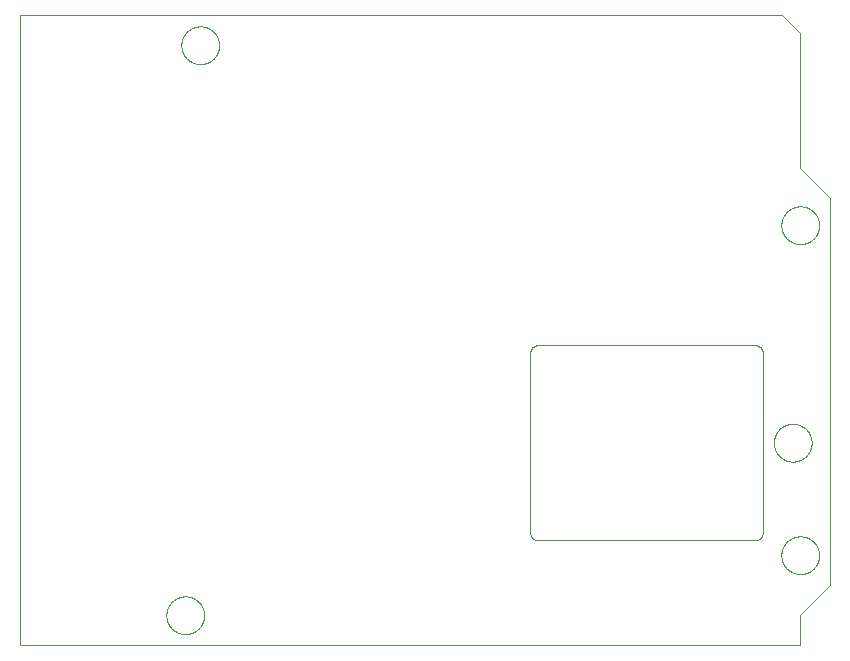
<source format=gko>
G04 This is an RS-274x file exported by *
G04 gerbv version 2.6.1 *
G04 More information is available about gerbv at *
G04 http://gerbv.geda-project.org/ *
G04 --End of header info--*
%MOIN*%
%FSLAX34Y34*%
%IPPOS*%
G04 --Define apertures--*
%ADD10C,0.0000*%
G04 --Start main section--*
G54D10*
G01X0002260Y0000500D02*
G01X0002260Y0021500D01*
G01X0002260Y0021500D02*
G01X0027660Y0021500D01*
G01X0027660Y0021500D02*
G01X0028260Y0020900D01*
G01X0028260Y0020900D02*
G01X0028260Y0016400D01*
G01X0028260Y0016400D02*
G01X0029260Y0015400D01*
G01X0029260Y0015400D02*
G01X0029260Y0002500D01*
G01X0029260Y0002500D02*
G01X0028260Y0001500D01*
G01X0028260Y0001500D02*
G01X0028260Y0000500D01*
G01X0028260Y0000500D02*
G01X0002260Y0000500D01*
G01X0007130Y0001500D02*
G01X0007130Y0001516D01*
G01X0007130Y0001516D02*
G01X0007130Y0001532D01*
G01X0007130Y0001532D02*
G01X0007131Y0001547D01*
G01X0007131Y0001547D02*
G01X0007133Y0001563D01*
G01X0007133Y0001563D02*
G01X0007135Y0001579D01*
G01X0007135Y0001579D02*
G01X0007137Y0001595D01*
G01X0007137Y0001595D02*
G01X0007139Y0001610D01*
G01X0007139Y0001610D02*
G01X0007142Y0001626D01*
G01X0007142Y0001626D02*
G01X0007146Y0001641D01*
G01X0007146Y0001641D02*
G01X0007149Y0001657D01*
G01X0007149Y0001657D02*
G01X0007154Y0001672D01*
G01X0007154Y0001672D02*
G01X0007158Y0001687D01*
G01X0007158Y0001687D02*
G01X0007163Y0001702D01*
G01X0007163Y0001702D02*
G01X0007168Y0001717D01*
G01X0007168Y0001717D02*
G01X0007174Y0001732D01*
G01X0007174Y0001732D02*
G01X0007180Y0001747D01*
G01X0007180Y0001747D02*
G01X0007186Y0001761D01*
G01X0007186Y0001761D02*
G01X0007193Y0001775D01*
G01X0007193Y0001775D02*
G01X0007200Y0001790D01*
G01X0007200Y0001790D02*
G01X0007208Y0001804D01*
G01X0007208Y0001804D02*
G01X0007215Y0001817D01*
G01X0007215Y0001817D02*
G01X0007224Y0001831D01*
G01X0007224Y0001831D02*
G01X0007232Y0001844D01*
G01X0007232Y0001844D02*
G01X0007241Y0001857D01*
G01X0007241Y0001857D02*
G01X0007250Y0001870D01*
G01X0007250Y0001870D02*
G01X0007259Y0001883D01*
G01X0007259Y0001883D02*
G01X0007269Y0001895D01*
G01X0007269Y0001895D02*
G01X0007279Y0001908D01*
G01X0007279Y0001908D02*
G01X0007290Y0001920D01*
G01X0007290Y0001920D02*
G01X0007300Y0001931D01*
G01X0007300Y0001931D02*
G01X0007311Y0001943D01*
G01X0007311Y0001943D02*
G01X0007323Y0001954D01*
G01X0007323Y0001954D02*
G01X0007334Y0001965D01*
G01X0007334Y0001965D02*
G01X0007346Y0001975D01*
G01X0007346Y0001975D02*
G01X0007358Y0001985D01*
G01X0007358Y0001985D02*
G01X0007370Y0001995D01*
G01X0007370Y0001995D02*
G01X0007383Y0002005D01*
G01X0007383Y0002005D02*
G01X0007396Y0002014D01*
G01X0007396Y0002014D02*
G01X0007409Y0002023D01*
G01X0007409Y0002023D02*
G01X0007422Y0002032D01*
G01X0007422Y0002032D02*
G01X0007436Y0002040D01*
G01X0007436Y0002040D02*
G01X0007449Y0002048D01*
G01X0007449Y0002048D02*
G01X0007463Y0002056D01*
G01X0007463Y0002056D02*
G01X0007477Y0002063D01*
G01X0007477Y0002063D02*
G01X0007491Y0002070D01*
G01X0007491Y0002070D02*
G01X0007506Y0002077D01*
G01X0007506Y0002077D02*
G01X0007520Y0002083D01*
G01X0007520Y0002083D02*
G01X0007535Y0002089D01*
G01X0007535Y0002089D02*
G01X0007550Y0002094D01*
G01X0007550Y0002094D02*
G01X0007565Y0002099D01*
G01X0007565Y0002099D02*
G01X0007580Y0002104D01*
G01X0007580Y0002104D02*
G01X0007595Y0002108D01*
G01X0007595Y0002108D02*
G01X0007611Y0002112D01*
G01X0007611Y0002112D02*
G01X0007626Y0002116D01*
G01X0007626Y0002116D02*
G01X0007642Y0002119D01*
G01X0007642Y0002119D02*
G01X0007657Y0002122D01*
G01X0007657Y0002122D02*
G01X0007673Y0002124D01*
G01X0007673Y0002124D02*
G01X0007688Y0002126D01*
G01X0007688Y0002126D02*
G01X0007704Y0002128D01*
G01X0007704Y0002128D02*
G01X0007720Y0002129D01*
G01X0007720Y0002129D02*
G01X0007736Y0002130D01*
G01X0007736Y0002130D02*
G01X0007752Y0002130D01*
G01X0007752Y0002130D02*
G01X0007767Y0002130D01*
G01X0007767Y0002130D02*
G01X0007783Y0002130D01*
G01X0007783Y0002130D02*
G01X0007799Y0002129D01*
G01X0007799Y0002129D02*
G01X0007815Y0002128D01*
G01X0007815Y0002128D02*
G01X0007831Y0002126D01*
G01X0007831Y0002126D02*
G01X0007846Y0002124D01*
G01X0007846Y0002124D02*
G01X0007862Y0002122D01*
G01X0007862Y0002122D02*
G01X0007877Y0002119D01*
G01X0007877Y0002119D02*
G01X0007893Y0002116D01*
G01X0007893Y0002116D02*
G01X0007909Y0002112D01*
G01X0007909Y0002112D02*
G01X0007924Y0002108D01*
G01X0007924Y0002108D02*
G01X0007939Y0002104D01*
G01X0007939Y0002104D02*
G01X0007954Y0002099D01*
G01X0007954Y0002099D02*
G01X0007969Y0002094D01*
G01X0007969Y0002094D02*
G01X0007984Y0002089D01*
G01X0007984Y0002089D02*
G01X0007999Y0002083D01*
G01X0007999Y0002083D02*
G01X0008013Y0002077D01*
G01X0008013Y0002077D02*
G01X0008028Y0002070D01*
G01X0008028Y0002070D02*
G01X0008042Y0002063D01*
G01X0008042Y0002063D02*
G01X0008056Y0002056D01*
G01X0008056Y0002056D02*
G01X0008070Y0002048D01*
G01X0008070Y0002048D02*
G01X0008084Y0002040D01*
G01X0008084Y0002040D02*
G01X0008097Y0002032D01*
G01X0008097Y0002032D02*
G01X0008110Y0002023D01*
G01X0008110Y0002023D02*
G01X0008123Y0002014D01*
G01X0008123Y0002014D02*
G01X0008136Y0002005D01*
G01X0008136Y0002005D02*
G01X0008149Y0001995D01*
G01X0008149Y0001995D02*
G01X0008161Y0001985D01*
G01X0008161Y0001985D02*
G01X0008173Y0001975D01*
G01X0008173Y0001975D02*
G01X0008185Y0001965D01*
G01X0008185Y0001965D02*
G01X0008196Y0001954D01*
G01X0008196Y0001954D02*
G01X0008208Y0001943D01*
G01X0008208Y0001943D02*
G01X0008219Y0001931D01*
G01X0008219Y0001931D02*
G01X0008229Y0001920D01*
G01X0008229Y0001920D02*
G01X0008240Y0001908D01*
G01X0008240Y0001908D02*
G01X0008250Y0001895D01*
G01X0008250Y0001895D02*
G01X0008260Y0001883D01*
G01X0008260Y0001883D02*
G01X0008269Y0001870D01*
G01X0008269Y0001870D02*
G01X0008278Y0001857D01*
G01X0008278Y0001857D02*
G01X0008287Y0001844D01*
G01X0008287Y0001844D02*
G01X0008296Y0001831D01*
G01X0008296Y0001831D02*
G01X0008304Y0001817D01*
G01X0008304Y0001817D02*
G01X0008312Y0001804D01*
G01X0008312Y0001804D02*
G01X0008319Y0001790D01*
G01X0008319Y0001790D02*
G01X0008326Y0001775D01*
G01X0008326Y0001775D02*
G01X0008333Y0001761D01*
G01X0008333Y0001761D02*
G01X0008339Y0001747D01*
G01X0008339Y0001747D02*
G01X0008345Y0001732D01*
G01X0008345Y0001732D02*
G01X0008351Y0001717D01*
G01X0008351Y0001717D02*
G01X0008356Y0001702D01*
G01X0008356Y0001702D02*
G01X0008361Y0001687D01*
G01X0008361Y0001687D02*
G01X0008366Y0001672D01*
G01X0008366Y0001672D02*
G01X0008370Y0001657D01*
G01X0008370Y0001657D02*
G01X0008373Y0001641D01*
G01X0008373Y0001641D02*
G01X0008377Y0001626D01*
G01X0008377Y0001626D02*
G01X0008380Y0001610D01*
G01X0008380Y0001610D02*
G01X0008382Y0001595D01*
G01X0008382Y0001595D02*
G01X0008384Y0001579D01*
G01X0008384Y0001579D02*
G01X0008386Y0001563D01*
G01X0008386Y0001563D02*
G01X0008388Y0001547D01*
G01X0008388Y0001547D02*
G01X0008389Y0001532D01*
G01X0008389Y0001532D02*
G01X0008389Y0001516D01*
G01X0008389Y0001516D02*
G01X0008389Y0001500D01*
G01X0008389Y0001500D02*
G01X0008389Y0001484D01*
G01X0008389Y0001484D02*
G01X0008389Y0001468D01*
G01X0008389Y0001468D02*
G01X0008388Y0001453D01*
G01X0008388Y0001453D02*
G01X0008386Y0001437D01*
G01X0008386Y0001437D02*
G01X0008384Y0001421D01*
G01X0008384Y0001421D02*
G01X0008382Y0001405D01*
G01X0008382Y0001405D02*
G01X0008380Y0001390D01*
G01X0008380Y0001390D02*
G01X0008377Y0001374D01*
G01X0008377Y0001374D02*
G01X0008373Y0001359D01*
G01X0008373Y0001359D02*
G01X0008370Y0001343D01*
G01X0008370Y0001343D02*
G01X0008366Y0001328D01*
G01X0008366Y0001328D02*
G01X0008361Y0001313D01*
G01X0008361Y0001313D02*
G01X0008356Y0001298D01*
G01X0008356Y0001298D02*
G01X0008351Y0001283D01*
G01X0008351Y0001283D02*
G01X0008345Y0001268D01*
G01X0008345Y0001268D02*
G01X0008339Y0001254D01*
G01X0008339Y0001254D02*
G01X0008333Y0001239D01*
G01X0008333Y0001239D02*
G01X0008326Y0001225D01*
G01X0008326Y0001225D02*
G01X0008319Y0001211D01*
G01X0008319Y0001211D02*
G01X0008312Y0001197D01*
G01X0008312Y0001197D02*
G01X0008304Y0001183D01*
G01X0008304Y0001183D02*
G01X0008296Y0001169D01*
G01X0008296Y0001169D02*
G01X0008287Y0001156D01*
G01X0008287Y0001156D02*
G01X0008278Y0001143D01*
G01X0008278Y0001143D02*
G01X0008269Y0001130D01*
G01X0008269Y0001130D02*
G01X0008260Y0001117D01*
G01X0008260Y0001117D02*
G01X0008250Y0001105D01*
G01X0008250Y0001105D02*
G01X0008240Y0001092D01*
G01X0008240Y0001092D02*
G01X0008229Y0001081D01*
G01X0008229Y0001081D02*
G01X0008219Y0001069D01*
G01X0008219Y0001069D02*
G01X0008208Y0001057D01*
G01X0008208Y0001057D02*
G01X0008196Y0001046D01*
G01X0008196Y0001046D02*
G01X0008185Y0001035D01*
G01X0008185Y0001035D02*
G01X0008173Y0001025D01*
G01X0008173Y0001025D02*
G01X0008161Y0001015D01*
G01X0008161Y0001015D02*
G01X0008149Y0001005D01*
G01X0008149Y0001005D02*
G01X0008136Y0000995D01*
G01X0008136Y0000995D02*
G01X0008123Y0000986D01*
G01X0008123Y0000986D02*
G01X0008110Y0000977D01*
G01X0008110Y0000977D02*
G01X0008097Y0000968D01*
G01X0008097Y0000968D02*
G01X0008084Y0000960D01*
G01X0008084Y0000960D02*
G01X0008070Y0000952D01*
G01X0008070Y0000952D02*
G01X0008056Y0000944D01*
G01X0008056Y0000944D02*
G01X0008042Y0000937D01*
G01X0008042Y0000937D02*
G01X0008028Y0000930D01*
G01X0008028Y0000930D02*
G01X0008013Y0000924D01*
G01X0008013Y0000924D02*
G01X0007999Y0000917D01*
G01X0007999Y0000917D02*
G01X0007984Y0000912D01*
G01X0007984Y0000912D02*
G01X0007969Y0000906D01*
G01X0007969Y0000906D02*
G01X0007954Y0000901D01*
G01X0007954Y0000901D02*
G01X0007939Y0000896D01*
G01X0007939Y0000896D02*
G01X0007924Y0000892D01*
G01X0007924Y0000892D02*
G01X0007909Y0000888D01*
G01X0007909Y0000888D02*
G01X0007893Y0000884D01*
G01X0007893Y0000884D02*
G01X0007877Y0000881D01*
G01X0007877Y0000881D02*
G01X0007862Y0000879D01*
G01X0007862Y0000879D02*
G01X0007846Y0000876D01*
G01X0007846Y0000876D02*
G01X0007831Y0000874D01*
G01X0007831Y0000874D02*
G01X0007815Y0000872D01*
G01X0007815Y0000872D02*
G01X0007799Y0000871D01*
G01X0007799Y0000871D02*
G01X0007783Y0000871D01*
G01X0007783Y0000871D02*
G01X0007767Y0000870D01*
G01X0007767Y0000870D02*
G01X0007752Y0000870D01*
G01X0007752Y0000870D02*
G01X0007736Y0000871D01*
G01X0007736Y0000871D02*
G01X0007720Y0000871D01*
G01X0007720Y0000871D02*
G01X0007704Y0000872D01*
G01X0007704Y0000872D02*
G01X0007688Y0000874D01*
G01X0007688Y0000874D02*
G01X0007673Y0000876D01*
G01X0007673Y0000876D02*
G01X0007657Y0000879D01*
G01X0007657Y0000879D02*
G01X0007642Y0000881D01*
G01X0007642Y0000881D02*
G01X0007626Y0000884D01*
G01X0007626Y0000884D02*
G01X0007611Y0000888D01*
G01X0007611Y0000888D02*
G01X0007595Y0000892D01*
G01X0007595Y0000892D02*
G01X0007580Y0000896D01*
G01X0007580Y0000896D02*
G01X0007565Y0000901D01*
G01X0007565Y0000901D02*
G01X0007550Y0000906D01*
G01X0007550Y0000906D02*
G01X0007535Y0000912D01*
G01X0007535Y0000912D02*
G01X0007520Y0000917D01*
G01X0007520Y0000917D02*
G01X0007506Y0000924D01*
G01X0007506Y0000924D02*
G01X0007491Y0000930D01*
G01X0007491Y0000930D02*
G01X0007477Y0000937D01*
G01X0007477Y0000937D02*
G01X0007463Y0000944D01*
G01X0007463Y0000944D02*
G01X0007449Y0000952D01*
G01X0007449Y0000952D02*
G01X0007436Y0000960D01*
G01X0007436Y0000960D02*
G01X0007422Y0000968D01*
G01X0007422Y0000968D02*
G01X0007409Y0000977D01*
G01X0007409Y0000977D02*
G01X0007396Y0000986D01*
G01X0007396Y0000986D02*
G01X0007383Y0000995D01*
G01X0007383Y0000995D02*
G01X0007370Y0001005D01*
G01X0007370Y0001005D02*
G01X0007358Y0001015D01*
G01X0007358Y0001015D02*
G01X0007346Y0001025D01*
G01X0007346Y0001025D02*
G01X0007334Y0001035D01*
G01X0007334Y0001035D02*
G01X0007323Y0001046D01*
G01X0007323Y0001046D02*
G01X0007311Y0001057D01*
G01X0007311Y0001057D02*
G01X0007300Y0001069D01*
G01X0007300Y0001069D02*
G01X0007290Y0001081D01*
G01X0007290Y0001081D02*
G01X0007279Y0001092D01*
G01X0007279Y0001092D02*
G01X0007269Y0001105D01*
G01X0007269Y0001105D02*
G01X0007259Y0001117D01*
G01X0007259Y0001117D02*
G01X0007250Y0001130D01*
G01X0007250Y0001130D02*
G01X0007241Y0001143D01*
G01X0007241Y0001143D02*
G01X0007232Y0001156D01*
G01X0007232Y0001156D02*
G01X0007224Y0001169D01*
G01X0007224Y0001169D02*
G01X0007215Y0001183D01*
G01X0007215Y0001183D02*
G01X0007208Y0001197D01*
G01X0007208Y0001197D02*
G01X0007200Y0001211D01*
G01X0007200Y0001211D02*
G01X0007193Y0001225D01*
G01X0007193Y0001225D02*
G01X0007186Y0001239D01*
G01X0007186Y0001239D02*
G01X0007180Y0001254D01*
G01X0007180Y0001254D02*
G01X0007174Y0001268D01*
G01X0007174Y0001268D02*
G01X0007168Y0001283D01*
G01X0007168Y0001283D02*
G01X0007163Y0001298D01*
G01X0007163Y0001298D02*
G01X0007158Y0001313D01*
G01X0007158Y0001313D02*
G01X0007154Y0001328D01*
G01X0007154Y0001328D02*
G01X0007149Y0001343D01*
G01X0007149Y0001343D02*
G01X0007146Y0001359D01*
G01X0007146Y0001359D02*
G01X0007142Y0001374D01*
G01X0007142Y0001374D02*
G01X0007139Y0001390D01*
G01X0007139Y0001390D02*
G01X0007137Y0001405D01*
G01X0007137Y0001405D02*
G01X0007135Y0001421D01*
G01X0007135Y0001421D02*
G01X0007133Y0001437D01*
G01X0007133Y0001437D02*
G01X0007131Y0001453D01*
G01X0007131Y0001453D02*
G01X0007130Y0001468D01*
G01X0007130Y0001468D02*
G01X0007130Y0001484D01*
G01X0007130Y0001484D02*
G01X0007130Y0001500D01*
G01X0019260Y0004250D02*
G01X0019260Y0010250D01*
G01X0019260Y0010250D02*
G01X0019260Y0010260D01*
G01X0019260Y0010260D02*
G01X0019260Y0010270D01*
G01X0019260Y0010270D02*
G01X0019261Y0010279D01*
G01X0019261Y0010279D02*
G01X0019263Y0010289D01*
G01X0019263Y0010289D02*
G01X0019264Y0010299D01*
G01X0019264Y0010299D02*
G01X0019266Y0010308D01*
G01X0019266Y0010308D02*
G01X0019269Y0010318D01*
G01X0019269Y0010318D02*
G01X0019272Y0010327D01*
G01X0019272Y0010327D02*
G01X0019275Y0010337D01*
G01X0019275Y0010337D02*
G01X0019279Y0010346D01*
G01X0019279Y0010346D02*
G01X0019283Y0010355D01*
G01X0019283Y0010355D02*
G01X0019287Y0010364D01*
G01X0019287Y0010364D02*
G01X0019291Y0010372D01*
G01X0019291Y0010372D02*
G01X0019296Y0010381D01*
G01X0019296Y0010381D02*
G01X0019302Y0010389D01*
G01X0019302Y0010389D02*
G01X0019307Y0010397D01*
G01X0019307Y0010397D02*
G01X0019313Y0010405D01*
G01X0019313Y0010405D02*
G01X0019319Y0010412D01*
G01X0019319Y0010412D02*
G01X0019326Y0010420D01*
G01X0019326Y0010420D02*
G01X0019333Y0010427D01*
G01X0019333Y0010427D02*
G01X0019340Y0010434D01*
G01X0019340Y0010434D02*
G01X0019347Y0010440D01*
G01X0019347Y0010440D02*
G01X0019355Y0010446D01*
G01X0019355Y0010446D02*
G01X0019363Y0010452D01*
G01X0019363Y0010452D02*
G01X0019371Y0010458D01*
G01X0019371Y0010458D02*
G01X0019379Y0010463D01*
G01X0019379Y0010463D02*
G01X0019387Y0010468D01*
G01X0019387Y0010468D02*
G01X0019396Y0010473D01*
G01X0019396Y0010473D02*
G01X0019405Y0010477D01*
G01X0019405Y0010477D02*
G01X0019414Y0010481D01*
G01X0019414Y0010481D02*
G01X0019423Y0010485D01*
G01X0019423Y0010485D02*
G01X0019432Y0010488D01*
G01X0019432Y0010488D02*
G01X0019442Y0010491D01*
G01X0019442Y0010491D02*
G01X0019451Y0010493D01*
G01X0019451Y0010493D02*
G01X0019461Y0010495D01*
G01X0019461Y0010495D02*
G01X0019470Y0010497D01*
G01X0019470Y0010497D02*
G01X0019480Y0010498D01*
G01X0019480Y0010498D02*
G01X0019490Y0010499D01*
G01X0019490Y0010499D02*
G01X0019500Y0010500D01*
G01X0019500Y0010500D02*
G01X0019510Y0010500D01*
G01X0019510Y0010500D02*
G01X0026760Y0010500D01*
G01X0026760Y0010500D02*
G01X0026769Y0010500D01*
G01X0026769Y0010500D02*
G01X0026779Y0010499D01*
G01X0026779Y0010499D02*
G01X0026789Y0010498D01*
G01X0026789Y0010498D02*
G01X0026799Y0010497D01*
G01X0026799Y0010497D02*
G01X0026808Y0010495D01*
G01X0026808Y0010495D02*
G01X0026818Y0010493D01*
G01X0026818Y0010493D02*
G01X0026827Y0010491D01*
G01X0026827Y0010491D02*
G01X0026837Y0010488D01*
G01X0026837Y0010488D02*
G01X0026846Y0010485D01*
G01X0026846Y0010485D02*
G01X0026855Y0010481D01*
G01X0026855Y0010481D02*
G01X0026864Y0010477D01*
G01X0026864Y0010477D02*
G01X0026873Y0010473D01*
G01X0026873Y0010473D02*
G01X0026882Y0010468D01*
G01X0026882Y0010468D02*
G01X0026890Y0010463D01*
G01X0026890Y0010463D02*
G01X0026898Y0010458D01*
G01X0026898Y0010458D02*
G01X0026906Y0010452D01*
G01X0026906Y0010452D02*
G01X0026914Y0010446D01*
G01X0026914Y0010446D02*
G01X0026922Y0010440D01*
G01X0026922Y0010440D02*
G01X0026929Y0010434D01*
G01X0026929Y0010434D02*
G01X0026936Y0010427D01*
G01X0026936Y0010427D02*
G01X0026943Y0010420D01*
G01X0026943Y0010420D02*
G01X0026950Y0010412D01*
G01X0026950Y0010412D02*
G01X0026956Y0010405D01*
G01X0026956Y0010405D02*
G01X0026962Y0010397D01*
G01X0026962Y0010397D02*
G01X0026967Y0010389D01*
G01X0026967Y0010389D02*
G01X0026973Y0010381D01*
G01X0026973Y0010381D02*
G01X0026978Y0010372D01*
G01X0026978Y0010372D02*
G01X0026982Y0010364D01*
G01X0026982Y0010364D02*
G01X0026987Y0010355D01*
G01X0026987Y0010355D02*
G01X0026991Y0010346D01*
G01X0026991Y0010346D02*
G01X0026994Y0010337D01*
G01X0026994Y0010337D02*
G01X0026997Y0010327D01*
G01X0026997Y0010327D02*
G01X0027000Y0010318D01*
G01X0027000Y0010318D02*
G01X0027003Y0010308D01*
G01X0027003Y0010308D02*
G01X0027005Y0010299D01*
G01X0027005Y0010299D02*
G01X0027006Y0010289D01*
G01X0027006Y0010289D02*
G01X0027008Y0010279D01*
G01X0027008Y0010279D02*
G01X0027009Y0010270D01*
G01X0027009Y0010270D02*
G01X0027009Y0010260D01*
G01X0027009Y0010260D02*
G01X0027010Y0010250D01*
G01X0027010Y0010250D02*
G01X0027010Y0004250D01*
G01X0027010Y0004250D02*
G01X0027009Y0004240D01*
G01X0027009Y0004240D02*
G01X0027009Y0004230D01*
G01X0027009Y0004230D02*
G01X0027008Y0004221D01*
G01X0027008Y0004221D02*
G01X0027006Y0004211D01*
G01X0027006Y0004211D02*
G01X0027005Y0004201D01*
G01X0027005Y0004201D02*
G01X0027003Y0004192D01*
G01X0027003Y0004192D02*
G01X0027000Y0004182D01*
G01X0027000Y0004182D02*
G01X0026997Y0004173D01*
G01X0026997Y0004173D02*
G01X0026994Y0004164D01*
G01X0026994Y0004164D02*
G01X0026991Y0004154D01*
G01X0026991Y0004154D02*
G01X0026987Y0004145D01*
G01X0026987Y0004145D02*
G01X0026982Y0004137D01*
G01X0026982Y0004137D02*
G01X0026978Y0004128D01*
G01X0026978Y0004128D02*
G01X0026973Y0004119D01*
G01X0026973Y0004119D02*
G01X0026967Y0004111D01*
G01X0026967Y0004111D02*
G01X0026962Y0004103D01*
G01X0026962Y0004103D02*
G01X0026956Y0004095D01*
G01X0026956Y0004095D02*
G01X0026950Y0004088D01*
G01X0026950Y0004088D02*
G01X0026943Y0004080D01*
G01X0026943Y0004080D02*
G01X0026936Y0004073D01*
G01X0026936Y0004073D02*
G01X0026929Y0004066D01*
G01X0026929Y0004066D02*
G01X0026922Y0004060D01*
G01X0026922Y0004060D02*
G01X0026914Y0004054D01*
G01X0026914Y0004054D02*
G01X0026906Y0004048D01*
G01X0026906Y0004048D02*
G01X0026898Y0004042D01*
G01X0026898Y0004042D02*
G01X0026890Y0004037D01*
G01X0026890Y0004037D02*
G01X0026882Y0004032D01*
G01X0026882Y0004032D02*
G01X0026873Y0004027D01*
G01X0026873Y0004027D02*
G01X0026864Y0004023D01*
G01X0026864Y0004023D02*
G01X0026855Y0004019D01*
G01X0026855Y0004019D02*
G01X0026846Y0004016D01*
G01X0026846Y0004016D02*
G01X0026837Y0004012D01*
G01X0026837Y0004012D02*
G01X0026827Y0004009D01*
G01X0026827Y0004009D02*
G01X0026818Y0004007D01*
G01X0026818Y0004007D02*
G01X0026808Y0004005D01*
G01X0026808Y0004005D02*
G01X0026799Y0004003D01*
G01X0026799Y0004003D02*
G01X0026789Y0004002D01*
G01X0026789Y0004002D02*
G01X0026779Y0004001D01*
G01X0026779Y0004001D02*
G01X0026769Y0004000D01*
G01X0026769Y0004000D02*
G01X0026760Y0004000D01*
G01X0026760Y0004000D02*
G01X0019510Y0004000D01*
G01X0019510Y0004000D02*
G01X0019500Y0004000D01*
G01X0019500Y0004000D02*
G01X0019490Y0004001D01*
G01X0019490Y0004001D02*
G01X0019480Y0004002D01*
G01X0019480Y0004002D02*
G01X0019470Y0004003D01*
G01X0019470Y0004003D02*
G01X0019461Y0004005D01*
G01X0019461Y0004005D02*
G01X0019451Y0004007D01*
G01X0019451Y0004007D02*
G01X0019442Y0004009D01*
G01X0019442Y0004009D02*
G01X0019432Y0004012D01*
G01X0019432Y0004012D02*
G01X0019423Y0004016D01*
G01X0019423Y0004016D02*
G01X0019414Y0004019D01*
G01X0019414Y0004019D02*
G01X0019405Y0004023D01*
G01X0019405Y0004023D02*
G01X0019396Y0004027D01*
G01X0019396Y0004027D02*
G01X0019387Y0004032D01*
G01X0019387Y0004032D02*
G01X0019379Y0004037D01*
G01X0019379Y0004037D02*
G01X0019371Y0004042D01*
G01X0019371Y0004042D02*
G01X0019363Y0004048D01*
G01X0019363Y0004048D02*
G01X0019355Y0004054D01*
G01X0019355Y0004054D02*
G01X0019347Y0004060D01*
G01X0019347Y0004060D02*
G01X0019340Y0004066D01*
G01X0019340Y0004066D02*
G01X0019333Y0004073D01*
G01X0019333Y0004073D02*
G01X0019326Y0004080D01*
G01X0019326Y0004080D02*
G01X0019319Y0004088D01*
G01X0019319Y0004088D02*
G01X0019313Y0004095D01*
G01X0019313Y0004095D02*
G01X0019307Y0004103D01*
G01X0019307Y0004103D02*
G01X0019302Y0004111D01*
G01X0019302Y0004111D02*
G01X0019296Y0004119D01*
G01X0019296Y0004119D02*
G01X0019291Y0004128D01*
G01X0019291Y0004128D02*
G01X0019287Y0004137D01*
G01X0019287Y0004137D02*
G01X0019283Y0004145D01*
G01X0019283Y0004145D02*
G01X0019279Y0004154D01*
G01X0019279Y0004154D02*
G01X0019275Y0004164D01*
G01X0019275Y0004164D02*
G01X0019272Y0004173D01*
G01X0019272Y0004173D02*
G01X0019269Y0004182D01*
G01X0019269Y0004182D02*
G01X0019266Y0004192D01*
G01X0019266Y0004192D02*
G01X0019264Y0004201D01*
G01X0019264Y0004201D02*
G01X0019263Y0004211D01*
G01X0019263Y0004211D02*
G01X0019261Y0004221D01*
G01X0019261Y0004221D02*
G01X0019260Y0004230D01*
G01X0019260Y0004230D02*
G01X0019260Y0004240D01*
G01X0019260Y0004240D02*
G01X0019260Y0004250D01*
G01X0027630Y0003500D02*
G01X0027630Y0003516D01*
G01X0027630Y0003516D02*
G01X0027630Y0003532D01*
G01X0027630Y0003532D02*
G01X0027631Y0003547D01*
G01X0027631Y0003547D02*
G01X0027633Y0003563D01*
G01X0027633Y0003563D02*
G01X0027635Y0003579D01*
G01X0027635Y0003579D02*
G01X0027637Y0003595D01*
G01X0027637Y0003595D02*
G01X0027639Y0003610D01*
G01X0027639Y0003610D02*
G01X0027642Y0003626D01*
G01X0027642Y0003626D02*
G01X0027646Y0003641D01*
G01X0027646Y0003641D02*
G01X0027649Y0003657D01*
G01X0027649Y0003657D02*
G01X0027654Y0003672D01*
G01X0027654Y0003672D02*
G01X0027658Y0003687D01*
G01X0027658Y0003687D02*
G01X0027663Y0003702D01*
G01X0027663Y0003702D02*
G01X0027668Y0003717D01*
G01X0027668Y0003717D02*
G01X0027674Y0003732D01*
G01X0027674Y0003732D02*
G01X0027680Y0003747D01*
G01X0027680Y0003747D02*
G01X0027686Y0003761D01*
G01X0027686Y0003761D02*
G01X0027693Y0003775D01*
G01X0027693Y0003775D02*
G01X0027700Y0003790D01*
G01X0027700Y0003790D02*
G01X0027708Y0003804D01*
G01X0027708Y0003804D02*
G01X0027715Y0003817D01*
G01X0027715Y0003817D02*
G01X0027724Y0003831D01*
G01X0027724Y0003831D02*
G01X0027732Y0003844D01*
G01X0027732Y0003844D02*
G01X0027741Y0003857D01*
G01X0027741Y0003857D02*
G01X0027750Y0003870D01*
G01X0027750Y0003870D02*
G01X0027759Y0003883D01*
G01X0027759Y0003883D02*
G01X0027769Y0003895D01*
G01X0027769Y0003895D02*
G01X0027779Y0003908D01*
G01X0027779Y0003908D02*
G01X0027790Y0003920D01*
G01X0027790Y0003920D02*
G01X0027800Y0003931D01*
G01X0027800Y0003931D02*
G01X0027811Y0003943D01*
G01X0027811Y0003943D02*
G01X0027823Y0003954D01*
G01X0027823Y0003954D02*
G01X0027834Y0003965D01*
G01X0027834Y0003965D02*
G01X0027846Y0003975D01*
G01X0027846Y0003975D02*
G01X0027858Y0003985D01*
G01X0027858Y0003985D02*
G01X0027870Y0003995D01*
G01X0027870Y0003995D02*
G01X0027883Y0004005D01*
G01X0027883Y0004005D02*
G01X0027896Y0004014D01*
G01X0027896Y0004014D02*
G01X0027909Y0004023D01*
G01X0027909Y0004023D02*
G01X0027922Y0004032D01*
G01X0027922Y0004032D02*
G01X0027936Y0004040D01*
G01X0027936Y0004040D02*
G01X0027949Y0004048D01*
G01X0027949Y0004048D02*
G01X0027963Y0004056D01*
G01X0027963Y0004056D02*
G01X0027977Y0004063D01*
G01X0027977Y0004063D02*
G01X0027991Y0004070D01*
G01X0027991Y0004070D02*
G01X0028006Y0004077D01*
G01X0028006Y0004077D02*
G01X0028020Y0004083D01*
G01X0028020Y0004083D02*
G01X0028035Y0004089D01*
G01X0028035Y0004089D02*
G01X0028050Y0004094D01*
G01X0028050Y0004094D02*
G01X0028065Y0004099D01*
G01X0028065Y0004099D02*
G01X0028080Y0004104D01*
G01X0028080Y0004104D02*
G01X0028095Y0004108D01*
G01X0028095Y0004108D02*
G01X0028111Y0004112D01*
G01X0028111Y0004112D02*
G01X0028126Y0004116D01*
G01X0028126Y0004116D02*
G01X0028142Y0004119D01*
G01X0028142Y0004119D02*
G01X0028157Y0004122D01*
G01X0028157Y0004122D02*
G01X0028173Y0004124D01*
G01X0028173Y0004124D02*
G01X0028188Y0004126D01*
G01X0028188Y0004126D02*
G01X0028204Y0004128D01*
G01X0028204Y0004128D02*
G01X0028220Y0004129D01*
G01X0028220Y0004129D02*
G01X0028236Y0004130D01*
G01X0028236Y0004130D02*
G01X0028252Y0004130D01*
G01X0028252Y0004130D02*
G01X0028267Y0004130D01*
G01X0028267Y0004130D02*
G01X0028283Y0004130D01*
G01X0028283Y0004130D02*
G01X0028299Y0004129D01*
G01X0028299Y0004129D02*
G01X0028315Y0004128D01*
G01X0028315Y0004128D02*
G01X0028331Y0004126D01*
G01X0028331Y0004126D02*
G01X0028346Y0004124D01*
G01X0028346Y0004124D02*
G01X0028362Y0004122D01*
G01X0028362Y0004122D02*
G01X0028378Y0004119D01*
G01X0028378Y0004119D02*
G01X0028393Y0004116D01*
G01X0028393Y0004116D02*
G01X0028409Y0004112D01*
G01X0028409Y0004112D02*
G01X0028424Y0004108D01*
G01X0028424Y0004108D02*
G01X0028439Y0004104D01*
G01X0028439Y0004104D02*
G01X0028454Y0004099D01*
G01X0028454Y0004099D02*
G01X0028469Y0004094D01*
G01X0028469Y0004094D02*
G01X0028484Y0004089D01*
G01X0028484Y0004089D02*
G01X0028499Y0004083D01*
G01X0028499Y0004083D02*
G01X0028513Y0004077D01*
G01X0028513Y0004077D02*
G01X0028528Y0004070D01*
G01X0028528Y0004070D02*
G01X0028542Y0004063D01*
G01X0028542Y0004063D02*
G01X0028556Y0004056D01*
G01X0028556Y0004056D02*
G01X0028570Y0004048D01*
G01X0028570Y0004048D02*
G01X0028584Y0004040D01*
G01X0028584Y0004040D02*
G01X0028597Y0004032D01*
G01X0028597Y0004032D02*
G01X0028610Y0004023D01*
G01X0028610Y0004023D02*
G01X0028623Y0004014D01*
G01X0028623Y0004014D02*
G01X0028636Y0004005D01*
G01X0028636Y0004005D02*
G01X0028649Y0003995D01*
G01X0028649Y0003995D02*
G01X0028661Y0003985D01*
G01X0028661Y0003985D02*
G01X0028673Y0003975D01*
G01X0028673Y0003975D02*
G01X0028685Y0003965D01*
G01X0028685Y0003965D02*
G01X0028696Y0003954D01*
G01X0028696Y0003954D02*
G01X0028708Y0003943D01*
G01X0028708Y0003943D02*
G01X0028719Y0003931D01*
G01X0028719Y0003931D02*
G01X0028729Y0003920D01*
G01X0028729Y0003920D02*
G01X0028740Y0003908D01*
G01X0028740Y0003908D02*
G01X0028750Y0003895D01*
G01X0028750Y0003895D02*
G01X0028760Y0003883D01*
G01X0028760Y0003883D02*
G01X0028769Y0003870D01*
G01X0028769Y0003870D02*
G01X0028778Y0003857D01*
G01X0028778Y0003857D02*
G01X0028787Y0003844D01*
G01X0028787Y0003844D02*
G01X0028796Y0003831D01*
G01X0028796Y0003831D02*
G01X0028804Y0003817D01*
G01X0028804Y0003817D02*
G01X0028812Y0003804D01*
G01X0028812Y0003804D02*
G01X0028819Y0003790D01*
G01X0028819Y0003790D02*
G01X0028826Y0003775D01*
G01X0028826Y0003775D02*
G01X0028833Y0003761D01*
G01X0028833Y0003761D02*
G01X0028839Y0003747D01*
G01X0028839Y0003747D02*
G01X0028845Y0003732D01*
G01X0028845Y0003732D02*
G01X0028851Y0003717D01*
G01X0028851Y0003717D02*
G01X0028856Y0003702D01*
G01X0028856Y0003702D02*
G01X0028861Y0003687D01*
G01X0028861Y0003687D02*
G01X0028866Y0003672D01*
G01X0028866Y0003672D02*
G01X0028870Y0003657D01*
G01X0028870Y0003657D02*
G01X0028873Y0003641D01*
G01X0028873Y0003641D02*
G01X0028877Y0003626D01*
G01X0028877Y0003626D02*
G01X0028880Y0003610D01*
G01X0028880Y0003610D02*
G01X0028882Y0003595D01*
G01X0028882Y0003595D02*
G01X0028884Y0003579D01*
G01X0028884Y0003579D02*
G01X0028886Y0003563D01*
G01X0028886Y0003563D02*
G01X0028888Y0003547D01*
G01X0028888Y0003547D02*
G01X0028889Y0003532D01*
G01X0028889Y0003532D02*
G01X0028889Y0003516D01*
G01X0028889Y0003516D02*
G01X0028889Y0003500D01*
G01X0028889Y0003500D02*
G01X0028889Y0003484D01*
G01X0028889Y0003484D02*
G01X0028889Y0003468D01*
G01X0028889Y0003468D02*
G01X0028888Y0003453D01*
G01X0028888Y0003453D02*
G01X0028886Y0003437D01*
G01X0028886Y0003437D02*
G01X0028884Y0003421D01*
G01X0028884Y0003421D02*
G01X0028882Y0003405D01*
G01X0028882Y0003405D02*
G01X0028880Y0003390D01*
G01X0028880Y0003390D02*
G01X0028877Y0003374D01*
G01X0028877Y0003374D02*
G01X0028873Y0003359D01*
G01X0028873Y0003359D02*
G01X0028870Y0003343D01*
G01X0028870Y0003343D02*
G01X0028866Y0003328D01*
G01X0028866Y0003328D02*
G01X0028861Y0003313D01*
G01X0028861Y0003313D02*
G01X0028856Y0003298D01*
G01X0028856Y0003298D02*
G01X0028851Y0003283D01*
G01X0028851Y0003283D02*
G01X0028845Y0003268D01*
G01X0028845Y0003268D02*
G01X0028839Y0003253D01*
G01X0028839Y0003253D02*
G01X0028833Y0003239D01*
G01X0028833Y0003239D02*
G01X0028826Y0003225D01*
G01X0028826Y0003225D02*
G01X0028819Y0003211D01*
G01X0028819Y0003211D02*
G01X0028812Y0003197D01*
G01X0028812Y0003197D02*
G01X0028804Y0003183D01*
G01X0028804Y0003183D02*
G01X0028796Y0003169D01*
G01X0028796Y0003169D02*
G01X0028787Y0003156D01*
G01X0028787Y0003156D02*
G01X0028778Y0003143D01*
G01X0028778Y0003143D02*
G01X0028769Y0003130D01*
G01X0028769Y0003130D02*
G01X0028760Y0003117D01*
G01X0028760Y0003117D02*
G01X0028750Y0003105D01*
G01X0028750Y0003105D02*
G01X0028740Y0003092D01*
G01X0028740Y0003092D02*
G01X0028729Y0003081D01*
G01X0028729Y0003081D02*
G01X0028719Y0003069D01*
G01X0028719Y0003069D02*
G01X0028708Y0003057D01*
G01X0028708Y0003057D02*
G01X0028696Y0003046D01*
G01X0028696Y0003046D02*
G01X0028685Y0003035D01*
G01X0028685Y0003035D02*
G01X0028673Y0003025D01*
G01X0028673Y0003025D02*
G01X0028661Y0003015D01*
G01X0028661Y0003015D02*
G01X0028649Y0003005D01*
G01X0028649Y0003005D02*
G01X0028636Y0002995D01*
G01X0028636Y0002995D02*
G01X0028623Y0002986D01*
G01X0028623Y0002986D02*
G01X0028610Y0002977D01*
G01X0028610Y0002977D02*
G01X0028597Y0002968D01*
G01X0028597Y0002968D02*
G01X0028584Y0002960D01*
G01X0028584Y0002960D02*
G01X0028570Y0002952D01*
G01X0028570Y0002952D02*
G01X0028556Y0002944D01*
G01X0028556Y0002944D02*
G01X0028542Y0002937D01*
G01X0028542Y0002937D02*
G01X0028528Y0002930D01*
G01X0028528Y0002930D02*
G01X0028513Y0002924D01*
G01X0028513Y0002924D02*
G01X0028499Y0002917D01*
G01X0028499Y0002917D02*
G01X0028484Y0002912D01*
G01X0028484Y0002912D02*
G01X0028469Y0002906D01*
G01X0028469Y0002906D02*
G01X0028454Y0002901D01*
G01X0028454Y0002901D02*
G01X0028439Y0002896D01*
G01X0028439Y0002896D02*
G01X0028424Y0002892D01*
G01X0028424Y0002892D02*
G01X0028409Y0002888D01*
G01X0028409Y0002888D02*
G01X0028393Y0002884D01*
G01X0028393Y0002884D02*
G01X0028378Y0002881D01*
G01X0028378Y0002881D02*
G01X0028362Y0002879D01*
G01X0028362Y0002879D02*
G01X0028346Y0002876D01*
G01X0028346Y0002876D02*
G01X0028331Y0002874D01*
G01X0028331Y0002874D02*
G01X0028315Y0002873D01*
G01X0028315Y0002873D02*
G01X0028299Y0002871D01*
G01X0028299Y0002871D02*
G01X0028283Y0002871D01*
G01X0028283Y0002871D02*
G01X0028267Y0002870D01*
G01X0028267Y0002870D02*
G01X0028252Y0002870D01*
G01X0028252Y0002870D02*
G01X0028236Y0002871D01*
G01X0028236Y0002871D02*
G01X0028220Y0002871D01*
G01X0028220Y0002871D02*
G01X0028204Y0002873D01*
G01X0028204Y0002873D02*
G01X0028188Y0002874D01*
G01X0028188Y0002874D02*
G01X0028173Y0002876D01*
G01X0028173Y0002876D02*
G01X0028157Y0002879D01*
G01X0028157Y0002879D02*
G01X0028142Y0002881D01*
G01X0028142Y0002881D02*
G01X0028126Y0002884D01*
G01X0028126Y0002884D02*
G01X0028111Y0002888D01*
G01X0028111Y0002888D02*
G01X0028095Y0002892D01*
G01X0028095Y0002892D02*
G01X0028080Y0002896D01*
G01X0028080Y0002896D02*
G01X0028065Y0002901D01*
G01X0028065Y0002901D02*
G01X0028050Y0002906D01*
G01X0028050Y0002906D02*
G01X0028035Y0002912D01*
G01X0028035Y0002912D02*
G01X0028020Y0002917D01*
G01X0028020Y0002917D02*
G01X0028006Y0002924D01*
G01X0028006Y0002924D02*
G01X0027991Y0002930D01*
G01X0027991Y0002930D02*
G01X0027977Y0002937D01*
G01X0027977Y0002937D02*
G01X0027963Y0002944D01*
G01X0027963Y0002944D02*
G01X0027949Y0002952D01*
G01X0027949Y0002952D02*
G01X0027936Y0002960D01*
G01X0027936Y0002960D02*
G01X0027922Y0002968D01*
G01X0027922Y0002968D02*
G01X0027909Y0002977D01*
G01X0027909Y0002977D02*
G01X0027896Y0002986D01*
G01X0027896Y0002986D02*
G01X0027883Y0002995D01*
G01X0027883Y0002995D02*
G01X0027870Y0003005D01*
G01X0027870Y0003005D02*
G01X0027858Y0003015D01*
G01X0027858Y0003015D02*
G01X0027846Y0003025D01*
G01X0027846Y0003025D02*
G01X0027834Y0003035D01*
G01X0027834Y0003035D02*
G01X0027823Y0003046D01*
G01X0027823Y0003046D02*
G01X0027811Y0003057D01*
G01X0027811Y0003057D02*
G01X0027800Y0003069D01*
G01X0027800Y0003069D02*
G01X0027790Y0003081D01*
G01X0027790Y0003081D02*
G01X0027779Y0003092D01*
G01X0027779Y0003092D02*
G01X0027769Y0003105D01*
G01X0027769Y0003105D02*
G01X0027759Y0003117D01*
G01X0027759Y0003117D02*
G01X0027750Y0003130D01*
G01X0027750Y0003130D02*
G01X0027741Y0003143D01*
G01X0027741Y0003143D02*
G01X0027732Y0003156D01*
G01X0027732Y0003156D02*
G01X0027724Y0003169D01*
G01X0027724Y0003169D02*
G01X0027715Y0003183D01*
G01X0027715Y0003183D02*
G01X0027708Y0003197D01*
G01X0027708Y0003197D02*
G01X0027700Y0003211D01*
G01X0027700Y0003211D02*
G01X0027693Y0003225D01*
G01X0027693Y0003225D02*
G01X0027686Y0003239D01*
G01X0027686Y0003239D02*
G01X0027680Y0003253D01*
G01X0027680Y0003253D02*
G01X0027674Y0003268D01*
G01X0027674Y0003268D02*
G01X0027668Y0003283D01*
G01X0027668Y0003283D02*
G01X0027663Y0003298D01*
G01X0027663Y0003298D02*
G01X0027658Y0003313D01*
G01X0027658Y0003313D02*
G01X0027654Y0003328D01*
G01X0027654Y0003328D02*
G01X0027649Y0003343D01*
G01X0027649Y0003343D02*
G01X0027646Y0003359D01*
G01X0027646Y0003359D02*
G01X0027642Y0003374D01*
G01X0027642Y0003374D02*
G01X0027639Y0003390D01*
G01X0027639Y0003390D02*
G01X0027637Y0003405D01*
G01X0027637Y0003405D02*
G01X0027635Y0003421D01*
G01X0027635Y0003421D02*
G01X0027633Y0003437D01*
G01X0027633Y0003437D02*
G01X0027631Y0003453D01*
G01X0027631Y0003453D02*
G01X0027630Y0003468D01*
G01X0027630Y0003468D02*
G01X0027630Y0003484D01*
G01X0027630Y0003484D02*
G01X0027630Y0003500D01*
G01X0027380Y0007250D02*
G01X0027380Y0007266D01*
G01X0027380Y0007266D02*
G01X0027380Y0007282D01*
G01X0027380Y0007282D02*
G01X0027381Y0007297D01*
G01X0027381Y0007297D02*
G01X0027383Y0007313D01*
G01X0027383Y0007313D02*
G01X0027385Y0007329D01*
G01X0027385Y0007329D02*
G01X0027387Y0007345D01*
G01X0027387Y0007345D02*
G01X0027389Y0007360D01*
G01X0027389Y0007360D02*
G01X0027392Y0007376D01*
G01X0027392Y0007376D02*
G01X0027396Y0007391D01*
G01X0027396Y0007391D02*
G01X0027399Y0007407D01*
G01X0027399Y0007407D02*
G01X0027404Y0007422D01*
G01X0027404Y0007422D02*
G01X0027408Y0007437D01*
G01X0027408Y0007437D02*
G01X0027413Y0007452D01*
G01X0027413Y0007452D02*
G01X0027418Y0007467D01*
G01X0027418Y0007467D02*
G01X0027424Y0007482D01*
G01X0027424Y0007482D02*
G01X0027430Y0007497D01*
G01X0027430Y0007497D02*
G01X0027436Y0007511D01*
G01X0027436Y0007511D02*
G01X0027443Y0007525D01*
G01X0027443Y0007525D02*
G01X0027450Y0007540D01*
G01X0027450Y0007540D02*
G01X0027458Y0007554D01*
G01X0027458Y0007554D02*
G01X0027465Y0007567D01*
G01X0027465Y0007567D02*
G01X0027474Y0007581D01*
G01X0027474Y0007581D02*
G01X0027482Y0007594D01*
G01X0027482Y0007594D02*
G01X0027491Y0007607D01*
G01X0027491Y0007607D02*
G01X0027500Y0007620D01*
G01X0027500Y0007620D02*
G01X0027509Y0007633D01*
G01X0027509Y0007633D02*
G01X0027519Y0007645D01*
G01X0027519Y0007645D02*
G01X0027529Y0007658D01*
G01X0027529Y0007658D02*
G01X0027540Y0007670D01*
G01X0027540Y0007670D02*
G01X0027550Y0007681D01*
G01X0027550Y0007681D02*
G01X0027561Y0007693D01*
G01X0027561Y0007693D02*
G01X0027573Y0007704D01*
G01X0027573Y0007704D02*
G01X0027584Y0007715D01*
G01X0027584Y0007715D02*
G01X0027596Y0007725D01*
G01X0027596Y0007725D02*
G01X0027608Y0007735D01*
G01X0027608Y0007735D02*
G01X0027620Y0007745D01*
G01X0027620Y0007745D02*
G01X0027633Y0007755D01*
G01X0027633Y0007755D02*
G01X0027646Y0007764D01*
G01X0027646Y0007764D02*
G01X0027659Y0007773D01*
G01X0027659Y0007773D02*
G01X0027672Y0007782D01*
G01X0027672Y0007782D02*
G01X0027686Y0007790D01*
G01X0027686Y0007790D02*
G01X0027699Y0007798D01*
G01X0027699Y0007798D02*
G01X0027713Y0007806D01*
G01X0027713Y0007806D02*
G01X0027727Y0007813D01*
G01X0027727Y0007813D02*
G01X0027741Y0007820D01*
G01X0027741Y0007820D02*
G01X0027756Y0007827D01*
G01X0027756Y0007827D02*
G01X0027770Y0007833D01*
G01X0027770Y0007833D02*
G01X0027785Y0007839D01*
G01X0027785Y0007839D02*
G01X0027800Y0007844D01*
G01X0027800Y0007844D02*
G01X0027815Y0007849D01*
G01X0027815Y0007849D02*
G01X0027830Y0007854D01*
G01X0027830Y0007854D02*
G01X0027845Y0007858D01*
G01X0027845Y0007858D02*
G01X0027861Y0007862D01*
G01X0027861Y0007862D02*
G01X0027876Y0007866D01*
G01X0027876Y0007866D02*
G01X0027891Y0007869D01*
G01X0027891Y0007869D02*
G01X0027907Y0007872D01*
G01X0027907Y0007872D02*
G01X0027923Y0007874D01*
G01X0027923Y0007874D02*
G01X0027938Y0007876D01*
G01X0027938Y0007876D02*
G01X0027954Y0007877D01*
G01X0027954Y0007877D02*
G01X0027970Y0007879D01*
G01X0027970Y0007879D02*
G01X0027986Y0007880D01*
G01X0027986Y0007880D02*
G01X0028002Y0007880D01*
G01X0028002Y0007880D02*
G01X0028017Y0007880D01*
G01X0028017Y0007880D02*
G01X0028033Y0007880D01*
G01X0028033Y0007880D02*
G01X0028049Y0007879D01*
G01X0028049Y0007879D02*
G01X0028065Y0007877D01*
G01X0028065Y0007877D02*
G01X0028081Y0007876D01*
G01X0028081Y0007876D02*
G01X0028096Y0007874D01*
G01X0028096Y0007874D02*
G01X0028112Y0007872D01*
G01X0028112Y0007872D02*
G01X0028128Y0007869D01*
G01X0028128Y0007869D02*
G01X0028143Y0007866D01*
G01X0028143Y0007866D02*
G01X0028159Y0007862D01*
G01X0028159Y0007862D02*
G01X0028174Y0007858D01*
G01X0028174Y0007858D02*
G01X0028189Y0007854D01*
G01X0028189Y0007854D02*
G01X0028204Y0007849D01*
G01X0028204Y0007849D02*
G01X0028219Y0007844D01*
G01X0028219Y0007844D02*
G01X0028234Y0007839D01*
G01X0028234Y0007839D02*
G01X0028249Y0007833D01*
G01X0028249Y0007833D02*
G01X0028263Y0007827D01*
G01X0028263Y0007827D02*
G01X0028278Y0007820D01*
G01X0028278Y0007820D02*
G01X0028292Y0007813D01*
G01X0028292Y0007813D02*
G01X0028306Y0007806D01*
G01X0028306Y0007806D02*
G01X0028320Y0007798D01*
G01X0028320Y0007798D02*
G01X0028333Y0007790D01*
G01X0028333Y0007790D02*
G01X0028347Y0007782D01*
G01X0028347Y0007782D02*
G01X0028360Y0007773D01*
G01X0028360Y0007773D02*
G01X0028373Y0007764D01*
G01X0028373Y0007764D02*
G01X0028386Y0007755D01*
G01X0028386Y0007755D02*
G01X0028399Y0007745D01*
G01X0028399Y0007745D02*
G01X0028411Y0007735D01*
G01X0028411Y0007735D02*
G01X0028423Y0007725D01*
G01X0028423Y0007725D02*
G01X0028435Y0007715D01*
G01X0028435Y0007715D02*
G01X0028446Y0007704D01*
G01X0028446Y0007704D02*
G01X0028458Y0007693D01*
G01X0028458Y0007693D02*
G01X0028469Y0007681D01*
G01X0028469Y0007681D02*
G01X0028479Y0007670D01*
G01X0028479Y0007670D02*
G01X0028490Y0007658D01*
G01X0028490Y0007658D02*
G01X0028500Y0007645D01*
G01X0028500Y0007645D02*
G01X0028510Y0007633D01*
G01X0028510Y0007633D02*
G01X0028519Y0007620D01*
G01X0028519Y0007620D02*
G01X0028528Y0007607D01*
G01X0028528Y0007607D02*
G01X0028537Y0007594D01*
G01X0028537Y0007594D02*
G01X0028546Y0007581D01*
G01X0028546Y0007581D02*
G01X0028554Y0007567D01*
G01X0028554Y0007567D02*
G01X0028562Y0007554D01*
G01X0028562Y0007554D02*
G01X0028569Y0007540D01*
G01X0028569Y0007540D02*
G01X0028576Y0007525D01*
G01X0028576Y0007525D02*
G01X0028583Y0007511D01*
G01X0028583Y0007511D02*
G01X0028589Y0007497D01*
G01X0028589Y0007497D02*
G01X0028595Y0007482D01*
G01X0028595Y0007482D02*
G01X0028601Y0007467D01*
G01X0028601Y0007467D02*
G01X0028606Y0007452D01*
G01X0028606Y0007452D02*
G01X0028611Y0007437D01*
G01X0028611Y0007437D02*
G01X0028615Y0007422D01*
G01X0028615Y0007422D02*
G01X0028620Y0007407D01*
G01X0028620Y0007407D02*
G01X0028623Y0007391D01*
G01X0028623Y0007391D02*
G01X0028627Y0007376D01*
G01X0028627Y0007376D02*
G01X0028630Y0007360D01*
G01X0028630Y0007360D02*
G01X0028632Y0007345D01*
G01X0028632Y0007345D02*
G01X0028634Y0007329D01*
G01X0028634Y0007329D02*
G01X0028636Y0007313D01*
G01X0028636Y0007313D02*
G01X0028638Y0007297D01*
G01X0028638Y0007297D02*
G01X0028639Y0007282D01*
G01X0028639Y0007282D02*
G01X0028639Y0007266D01*
G01X0028639Y0007266D02*
G01X0028639Y0007250D01*
G01X0028639Y0007250D02*
G01X0028639Y0007234D01*
G01X0028639Y0007234D02*
G01X0028639Y0007218D01*
G01X0028639Y0007218D02*
G01X0028638Y0007203D01*
G01X0028638Y0007203D02*
G01X0028636Y0007187D01*
G01X0028636Y0007187D02*
G01X0028634Y0007171D01*
G01X0028634Y0007171D02*
G01X0028632Y0007155D01*
G01X0028632Y0007155D02*
G01X0028630Y0007140D01*
G01X0028630Y0007140D02*
G01X0028627Y0007124D01*
G01X0028627Y0007124D02*
G01X0028623Y0007109D01*
G01X0028623Y0007109D02*
G01X0028620Y0007093D01*
G01X0028620Y0007093D02*
G01X0028615Y0007078D01*
G01X0028615Y0007078D02*
G01X0028611Y0007063D01*
G01X0028611Y0007063D02*
G01X0028606Y0007048D01*
G01X0028606Y0007048D02*
G01X0028601Y0007033D01*
G01X0028601Y0007033D02*
G01X0028595Y0007018D01*
G01X0028595Y0007018D02*
G01X0028589Y0007004D01*
G01X0028589Y0007004D02*
G01X0028583Y0006989D01*
G01X0028583Y0006989D02*
G01X0028576Y0006975D01*
G01X0028576Y0006975D02*
G01X0028569Y0006960D01*
G01X0028569Y0006960D02*
G01X0028562Y0006947D01*
G01X0028562Y0006947D02*
G01X0028554Y0006933D01*
G01X0028554Y0006933D02*
G01X0028546Y0006919D01*
G01X0028546Y0006919D02*
G01X0028537Y0006906D01*
G01X0028537Y0006906D02*
G01X0028528Y0006893D01*
G01X0028528Y0006893D02*
G01X0028519Y0006880D01*
G01X0028519Y0006880D02*
G01X0028510Y0006867D01*
G01X0028510Y0006867D02*
G01X0028500Y0006855D01*
G01X0028500Y0006855D02*
G01X0028490Y0006842D01*
G01X0028490Y0006842D02*
G01X0028479Y0006831D01*
G01X0028479Y0006831D02*
G01X0028469Y0006819D01*
G01X0028469Y0006819D02*
G01X0028458Y0006807D01*
G01X0028458Y0006807D02*
G01X0028446Y0006796D01*
G01X0028446Y0006796D02*
G01X0028435Y0006785D01*
G01X0028435Y0006785D02*
G01X0028423Y0006775D01*
G01X0028423Y0006775D02*
G01X0028411Y0006765D01*
G01X0028411Y0006765D02*
G01X0028399Y0006755D01*
G01X0028399Y0006755D02*
G01X0028386Y0006745D01*
G01X0028386Y0006745D02*
G01X0028373Y0006736D01*
G01X0028373Y0006736D02*
G01X0028360Y0006727D01*
G01X0028360Y0006727D02*
G01X0028347Y0006718D01*
G01X0028347Y0006718D02*
G01X0028333Y0006710D01*
G01X0028333Y0006710D02*
G01X0028320Y0006702D01*
G01X0028320Y0006702D02*
G01X0028306Y0006694D01*
G01X0028306Y0006694D02*
G01X0028292Y0006687D01*
G01X0028292Y0006687D02*
G01X0028278Y0006680D01*
G01X0028278Y0006680D02*
G01X0028263Y0006674D01*
G01X0028263Y0006674D02*
G01X0028249Y0006667D01*
G01X0028249Y0006667D02*
G01X0028234Y0006662D01*
G01X0028234Y0006662D02*
G01X0028219Y0006656D01*
G01X0028219Y0006656D02*
G01X0028204Y0006651D01*
G01X0028204Y0006651D02*
G01X0028189Y0006646D01*
G01X0028189Y0006646D02*
G01X0028174Y0006642D01*
G01X0028174Y0006642D02*
G01X0028159Y0006638D01*
G01X0028159Y0006638D02*
G01X0028143Y0006634D01*
G01X0028143Y0006634D02*
G01X0028128Y0006631D01*
G01X0028128Y0006631D02*
G01X0028112Y0006629D01*
G01X0028112Y0006629D02*
G01X0028096Y0006626D01*
G01X0028096Y0006626D02*
G01X0028081Y0006624D01*
G01X0028081Y0006624D02*
G01X0028065Y0006623D01*
G01X0028065Y0006623D02*
G01X0028049Y0006621D01*
G01X0028049Y0006621D02*
G01X0028033Y0006621D01*
G01X0028033Y0006621D02*
G01X0028017Y0006620D01*
G01X0028017Y0006620D02*
G01X0028002Y0006620D01*
G01X0028002Y0006620D02*
G01X0027986Y0006621D01*
G01X0027986Y0006621D02*
G01X0027970Y0006621D01*
G01X0027970Y0006621D02*
G01X0027954Y0006623D01*
G01X0027954Y0006623D02*
G01X0027938Y0006624D01*
G01X0027938Y0006624D02*
G01X0027923Y0006626D01*
G01X0027923Y0006626D02*
G01X0027907Y0006629D01*
G01X0027907Y0006629D02*
G01X0027891Y0006631D01*
G01X0027891Y0006631D02*
G01X0027876Y0006634D01*
G01X0027876Y0006634D02*
G01X0027861Y0006638D01*
G01X0027861Y0006638D02*
G01X0027845Y0006642D01*
G01X0027845Y0006642D02*
G01X0027830Y0006646D01*
G01X0027830Y0006646D02*
G01X0027815Y0006651D01*
G01X0027815Y0006651D02*
G01X0027800Y0006656D01*
G01X0027800Y0006656D02*
G01X0027785Y0006662D01*
G01X0027785Y0006662D02*
G01X0027770Y0006667D01*
G01X0027770Y0006667D02*
G01X0027756Y0006674D01*
G01X0027756Y0006674D02*
G01X0027741Y0006680D01*
G01X0027741Y0006680D02*
G01X0027727Y0006687D01*
G01X0027727Y0006687D02*
G01X0027713Y0006694D01*
G01X0027713Y0006694D02*
G01X0027699Y0006702D01*
G01X0027699Y0006702D02*
G01X0027686Y0006710D01*
G01X0027686Y0006710D02*
G01X0027672Y0006718D01*
G01X0027672Y0006718D02*
G01X0027659Y0006727D01*
G01X0027659Y0006727D02*
G01X0027646Y0006736D01*
G01X0027646Y0006736D02*
G01X0027633Y0006745D01*
G01X0027633Y0006745D02*
G01X0027620Y0006755D01*
G01X0027620Y0006755D02*
G01X0027608Y0006765D01*
G01X0027608Y0006765D02*
G01X0027596Y0006775D01*
G01X0027596Y0006775D02*
G01X0027584Y0006785D01*
G01X0027584Y0006785D02*
G01X0027573Y0006796D01*
G01X0027573Y0006796D02*
G01X0027561Y0006807D01*
G01X0027561Y0006807D02*
G01X0027550Y0006819D01*
G01X0027550Y0006819D02*
G01X0027540Y0006831D01*
G01X0027540Y0006831D02*
G01X0027529Y0006842D01*
G01X0027529Y0006842D02*
G01X0027519Y0006855D01*
G01X0027519Y0006855D02*
G01X0027509Y0006867D01*
G01X0027509Y0006867D02*
G01X0027500Y0006880D01*
G01X0027500Y0006880D02*
G01X0027491Y0006893D01*
G01X0027491Y0006893D02*
G01X0027482Y0006906D01*
G01X0027482Y0006906D02*
G01X0027474Y0006919D01*
G01X0027474Y0006919D02*
G01X0027465Y0006933D01*
G01X0027465Y0006933D02*
G01X0027458Y0006947D01*
G01X0027458Y0006947D02*
G01X0027450Y0006960D01*
G01X0027450Y0006960D02*
G01X0027443Y0006975D01*
G01X0027443Y0006975D02*
G01X0027436Y0006989D01*
G01X0027436Y0006989D02*
G01X0027430Y0007004D01*
G01X0027430Y0007004D02*
G01X0027424Y0007018D01*
G01X0027424Y0007018D02*
G01X0027418Y0007033D01*
G01X0027418Y0007033D02*
G01X0027413Y0007048D01*
G01X0027413Y0007048D02*
G01X0027408Y0007063D01*
G01X0027408Y0007063D02*
G01X0027404Y0007078D01*
G01X0027404Y0007078D02*
G01X0027399Y0007093D01*
G01X0027399Y0007093D02*
G01X0027396Y0007109D01*
G01X0027396Y0007109D02*
G01X0027392Y0007124D01*
G01X0027392Y0007124D02*
G01X0027389Y0007140D01*
G01X0027389Y0007140D02*
G01X0027387Y0007155D01*
G01X0027387Y0007155D02*
G01X0027385Y0007171D01*
G01X0027385Y0007171D02*
G01X0027383Y0007187D01*
G01X0027383Y0007187D02*
G01X0027381Y0007203D01*
G01X0027381Y0007203D02*
G01X0027380Y0007218D01*
G01X0027380Y0007218D02*
G01X0027380Y0007234D01*
G01X0027380Y0007234D02*
G01X0027380Y0007250D01*
G01X0027630Y0014500D02*
G01X0027630Y0014516D01*
G01X0027630Y0014516D02*
G01X0027630Y0014532D01*
G01X0027630Y0014532D02*
G01X0027631Y0014547D01*
G01X0027631Y0014547D02*
G01X0027633Y0014563D01*
G01X0027633Y0014563D02*
G01X0027635Y0014579D01*
G01X0027635Y0014579D02*
G01X0027637Y0014595D01*
G01X0027637Y0014595D02*
G01X0027639Y0014610D01*
G01X0027639Y0014610D02*
G01X0027642Y0014626D01*
G01X0027642Y0014626D02*
G01X0027646Y0014641D01*
G01X0027646Y0014641D02*
G01X0027649Y0014657D01*
G01X0027649Y0014657D02*
G01X0027654Y0014672D01*
G01X0027654Y0014672D02*
G01X0027658Y0014687D01*
G01X0027658Y0014687D02*
G01X0027663Y0014702D01*
G01X0027663Y0014702D02*
G01X0027668Y0014717D01*
G01X0027668Y0014717D02*
G01X0027674Y0014732D01*
G01X0027674Y0014732D02*
G01X0027680Y0014747D01*
G01X0027680Y0014747D02*
G01X0027686Y0014761D01*
G01X0027686Y0014761D02*
G01X0027693Y0014775D01*
G01X0027693Y0014775D02*
G01X0027700Y0014790D01*
G01X0027700Y0014790D02*
G01X0027708Y0014804D01*
G01X0027708Y0014804D02*
G01X0027715Y0014817D01*
G01X0027715Y0014817D02*
G01X0027724Y0014831D01*
G01X0027724Y0014831D02*
G01X0027732Y0014844D01*
G01X0027732Y0014844D02*
G01X0027741Y0014857D01*
G01X0027741Y0014857D02*
G01X0027750Y0014870D01*
G01X0027750Y0014870D02*
G01X0027759Y0014883D01*
G01X0027759Y0014883D02*
G01X0027769Y0014895D01*
G01X0027769Y0014895D02*
G01X0027779Y0014908D01*
G01X0027779Y0014908D02*
G01X0027790Y0014920D01*
G01X0027790Y0014920D02*
G01X0027800Y0014931D01*
G01X0027800Y0014931D02*
G01X0027811Y0014943D01*
G01X0027811Y0014943D02*
G01X0027823Y0014954D01*
G01X0027823Y0014954D02*
G01X0027834Y0014965D01*
G01X0027834Y0014965D02*
G01X0027846Y0014975D01*
G01X0027846Y0014975D02*
G01X0027858Y0014985D01*
G01X0027858Y0014985D02*
G01X0027870Y0014995D01*
G01X0027870Y0014995D02*
G01X0027883Y0015005D01*
G01X0027883Y0015005D02*
G01X0027896Y0015014D01*
G01X0027896Y0015014D02*
G01X0027909Y0015023D01*
G01X0027909Y0015023D02*
G01X0027922Y0015032D01*
G01X0027922Y0015032D02*
G01X0027936Y0015040D01*
G01X0027936Y0015040D02*
G01X0027949Y0015048D01*
G01X0027949Y0015048D02*
G01X0027963Y0015056D01*
G01X0027963Y0015056D02*
G01X0027977Y0015063D01*
G01X0027977Y0015063D02*
G01X0027991Y0015070D01*
G01X0027991Y0015070D02*
G01X0028006Y0015077D01*
G01X0028006Y0015077D02*
G01X0028020Y0015083D01*
G01X0028020Y0015083D02*
G01X0028035Y0015089D01*
G01X0028035Y0015089D02*
G01X0028050Y0015094D01*
G01X0028050Y0015094D02*
G01X0028065Y0015099D01*
G01X0028065Y0015099D02*
G01X0028080Y0015104D01*
G01X0028080Y0015104D02*
G01X0028095Y0015108D01*
G01X0028095Y0015108D02*
G01X0028111Y0015112D01*
G01X0028111Y0015112D02*
G01X0028126Y0015116D01*
G01X0028126Y0015116D02*
G01X0028142Y0015119D01*
G01X0028142Y0015119D02*
G01X0028157Y0015122D01*
G01X0028157Y0015122D02*
G01X0028173Y0015124D01*
G01X0028173Y0015124D02*
G01X0028188Y0015126D01*
G01X0028188Y0015126D02*
G01X0028204Y0015128D01*
G01X0028204Y0015128D02*
G01X0028220Y0015129D01*
G01X0028220Y0015129D02*
G01X0028236Y0015130D01*
G01X0028236Y0015130D02*
G01X0028252Y0015130D01*
G01X0028252Y0015130D02*
G01X0028267Y0015130D01*
G01X0028267Y0015130D02*
G01X0028283Y0015130D01*
G01X0028283Y0015130D02*
G01X0028299Y0015129D01*
G01X0028299Y0015129D02*
G01X0028315Y0015128D01*
G01X0028315Y0015128D02*
G01X0028331Y0015126D01*
G01X0028331Y0015126D02*
G01X0028346Y0015124D01*
G01X0028346Y0015124D02*
G01X0028362Y0015122D01*
G01X0028362Y0015122D02*
G01X0028378Y0015119D01*
G01X0028378Y0015119D02*
G01X0028393Y0015116D01*
G01X0028393Y0015116D02*
G01X0028409Y0015112D01*
G01X0028409Y0015112D02*
G01X0028424Y0015108D01*
G01X0028424Y0015108D02*
G01X0028439Y0015104D01*
G01X0028439Y0015104D02*
G01X0028454Y0015099D01*
G01X0028454Y0015099D02*
G01X0028469Y0015094D01*
G01X0028469Y0015094D02*
G01X0028484Y0015089D01*
G01X0028484Y0015089D02*
G01X0028499Y0015083D01*
G01X0028499Y0015083D02*
G01X0028513Y0015077D01*
G01X0028513Y0015077D02*
G01X0028528Y0015070D01*
G01X0028528Y0015070D02*
G01X0028542Y0015063D01*
G01X0028542Y0015063D02*
G01X0028556Y0015056D01*
G01X0028556Y0015056D02*
G01X0028570Y0015048D01*
G01X0028570Y0015048D02*
G01X0028584Y0015040D01*
G01X0028584Y0015040D02*
G01X0028597Y0015032D01*
G01X0028597Y0015032D02*
G01X0028610Y0015023D01*
G01X0028610Y0015023D02*
G01X0028623Y0015014D01*
G01X0028623Y0015014D02*
G01X0028636Y0015005D01*
G01X0028636Y0015005D02*
G01X0028649Y0014995D01*
G01X0028649Y0014995D02*
G01X0028661Y0014985D01*
G01X0028661Y0014985D02*
G01X0028673Y0014975D01*
G01X0028673Y0014975D02*
G01X0028685Y0014965D01*
G01X0028685Y0014965D02*
G01X0028696Y0014954D01*
G01X0028696Y0014954D02*
G01X0028708Y0014943D01*
G01X0028708Y0014943D02*
G01X0028719Y0014931D01*
G01X0028719Y0014931D02*
G01X0028729Y0014920D01*
G01X0028729Y0014920D02*
G01X0028740Y0014908D01*
G01X0028740Y0014908D02*
G01X0028750Y0014895D01*
G01X0028750Y0014895D02*
G01X0028760Y0014883D01*
G01X0028760Y0014883D02*
G01X0028769Y0014870D01*
G01X0028769Y0014870D02*
G01X0028778Y0014857D01*
G01X0028778Y0014857D02*
G01X0028787Y0014844D01*
G01X0028787Y0014844D02*
G01X0028796Y0014831D01*
G01X0028796Y0014831D02*
G01X0028804Y0014817D01*
G01X0028804Y0014817D02*
G01X0028812Y0014804D01*
G01X0028812Y0014804D02*
G01X0028819Y0014790D01*
G01X0028819Y0014790D02*
G01X0028826Y0014775D01*
G01X0028826Y0014775D02*
G01X0028833Y0014761D01*
G01X0028833Y0014761D02*
G01X0028839Y0014747D01*
G01X0028839Y0014747D02*
G01X0028845Y0014732D01*
G01X0028845Y0014732D02*
G01X0028851Y0014717D01*
G01X0028851Y0014717D02*
G01X0028856Y0014702D01*
G01X0028856Y0014702D02*
G01X0028861Y0014687D01*
G01X0028861Y0014687D02*
G01X0028866Y0014672D01*
G01X0028866Y0014672D02*
G01X0028870Y0014657D01*
G01X0028870Y0014657D02*
G01X0028873Y0014641D01*
G01X0028873Y0014641D02*
G01X0028877Y0014626D01*
G01X0028877Y0014626D02*
G01X0028880Y0014610D01*
G01X0028880Y0014610D02*
G01X0028882Y0014595D01*
G01X0028882Y0014595D02*
G01X0028884Y0014579D01*
G01X0028884Y0014579D02*
G01X0028886Y0014563D01*
G01X0028886Y0014563D02*
G01X0028888Y0014547D01*
G01X0028888Y0014547D02*
G01X0028889Y0014532D01*
G01X0028889Y0014532D02*
G01X0028889Y0014516D01*
G01X0028889Y0014516D02*
G01X0028889Y0014500D01*
G01X0028889Y0014500D02*
G01X0028889Y0014484D01*
G01X0028889Y0014484D02*
G01X0028889Y0014468D01*
G01X0028889Y0014468D02*
G01X0028888Y0014453D01*
G01X0028888Y0014453D02*
G01X0028886Y0014437D01*
G01X0028886Y0014437D02*
G01X0028884Y0014421D01*
G01X0028884Y0014421D02*
G01X0028882Y0014405D01*
G01X0028882Y0014405D02*
G01X0028880Y0014390D01*
G01X0028880Y0014390D02*
G01X0028877Y0014374D01*
G01X0028877Y0014374D02*
G01X0028873Y0014359D01*
G01X0028873Y0014359D02*
G01X0028870Y0014343D01*
G01X0028870Y0014343D02*
G01X0028866Y0014328D01*
G01X0028866Y0014328D02*
G01X0028861Y0014313D01*
G01X0028861Y0014313D02*
G01X0028856Y0014298D01*
G01X0028856Y0014298D02*
G01X0028851Y0014283D01*
G01X0028851Y0014283D02*
G01X0028845Y0014268D01*
G01X0028845Y0014268D02*
G01X0028839Y0014253D01*
G01X0028839Y0014253D02*
G01X0028833Y0014239D01*
G01X0028833Y0014239D02*
G01X0028826Y0014225D01*
G01X0028826Y0014225D02*
G01X0028819Y0014211D01*
G01X0028819Y0014211D02*
G01X0028812Y0014197D01*
G01X0028812Y0014197D02*
G01X0028804Y0014183D01*
G01X0028804Y0014183D02*
G01X0028796Y0014169D01*
G01X0028796Y0014169D02*
G01X0028787Y0014156D01*
G01X0028787Y0014156D02*
G01X0028778Y0014143D01*
G01X0028778Y0014143D02*
G01X0028769Y0014130D01*
G01X0028769Y0014130D02*
G01X0028760Y0014117D01*
G01X0028760Y0014117D02*
G01X0028750Y0014105D01*
G01X0028750Y0014105D02*
G01X0028740Y0014092D01*
G01X0028740Y0014092D02*
G01X0028729Y0014081D01*
G01X0028729Y0014081D02*
G01X0028719Y0014069D01*
G01X0028719Y0014069D02*
G01X0028708Y0014057D01*
G01X0028708Y0014057D02*
G01X0028696Y0014046D01*
G01X0028696Y0014046D02*
G01X0028685Y0014035D01*
G01X0028685Y0014035D02*
G01X0028673Y0014025D01*
G01X0028673Y0014025D02*
G01X0028661Y0014015D01*
G01X0028661Y0014015D02*
G01X0028649Y0014005D01*
G01X0028649Y0014005D02*
G01X0028636Y0013995D01*
G01X0028636Y0013995D02*
G01X0028623Y0013986D01*
G01X0028623Y0013986D02*
G01X0028610Y0013977D01*
G01X0028610Y0013977D02*
G01X0028597Y0013968D01*
G01X0028597Y0013968D02*
G01X0028584Y0013960D01*
G01X0028584Y0013960D02*
G01X0028570Y0013952D01*
G01X0028570Y0013952D02*
G01X0028556Y0013944D01*
G01X0028556Y0013944D02*
G01X0028542Y0013937D01*
G01X0028542Y0013937D02*
G01X0028528Y0013930D01*
G01X0028528Y0013930D02*
G01X0028513Y0013924D01*
G01X0028513Y0013924D02*
G01X0028499Y0013917D01*
G01X0028499Y0013917D02*
G01X0028484Y0013912D01*
G01X0028484Y0013912D02*
G01X0028469Y0013906D01*
G01X0028469Y0013906D02*
G01X0028454Y0013901D01*
G01X0028454Y0013901D02*
G01X0028439Y0013896D01*
G01X0028439Y0013896D02*
G01X0028424Y0013892D01*
G01X0028424Y0013892D02*
G01X0028409Y0013888D01*
G01X0028409Y0013888D02*
G01X0028393Y0013884D01*
G01X0028393Y0013884D02*
G01X0028378Y0013881D01*
G01X0028378Y0013881D02*
G01X0028362Y0013879D01*
G01X0028362Y0013879D02*
G01X0028346Y0013876D01*
G01X0028346Y0013876D02*
G01X0028331Y0013874D01*
G01X0028331Y0013874D02*
G01X0028315Y0013873D01*
G01X0028315Y0013873D02*
G01X0028299Y0013871D01*
G01X0028299Y0013871D02*
G01X0028283Y0013870D01*
G01X0028283Y0013870D02*
G01X0028267Y0013870D01*
G01X0028267Y0013870D02*
G01X0028252Y0013870D01*
G01X0028252Y0013870D02*
G01X0028236Y0013870D01*
G01X0028236Y0013870D02*
G01X0028220Y0013871D01*
G01X0028220Y0013871D02*
G01X0028204Y0013873D01*
G01X0028204Y0013873D02*
G01X0028188Y0013874D01*
G01X0028188Y0013874D02*
G01X0028173Y0013876D01*
G01X0028173Y0013876D02*
G01X0028157Y0013879D01*
G01X0028157Y0013879D02*
G01X0028142Y0013881D01*
G01X0028142Y0013881D02*
G01X0028126Y0013884D01*
G01X0028126Y0013884D02*
G01X0028111Y0013888D01*
G01X0028111Y0013888D02*
G01X0028095Y0013892D01*
G01X0028095Y0013892D02*
G01X0028080Y0013896D01*
G01X0028080Y0013896D02*
G01X0028065Y0013901D01*
G01X0028065Y0013901D02*
G01X0028050Y0013906D01*
G01X0028050Y0013906D02*
G01X0028035Y0013912D01*
G01X0028035Y0013912D02*
G01X0028020Y0013917D01*
G01X0028020Y0013917D02*
G01X0028006Y0013924D01*
G01X0028006Y0013924D02*
G01X0027991Y0013930D01*
G01X0027991Y0013930D02*
G01X0027977Y0013937D01*
G01X0027977Y0013937D02*
G01X0027963Y0013944D01*
G01X0027963Y0013944D02*
G01X0027949Y0013952D01*
G01X0027949Y0013952D02*
G01X0027936Y0013960D01*
G01X0027936Y0013960D02*
G01X0027922Y0013968D01*
G01X0027922Y0013968D02*
G01X0027909Y0013977D01*
G01X0027909Y0013977D02*
G01X0027896Y0013986D01*
G01X0027896Y0013986D02*
G01X0027883Y0013995D01*
G01X0027883Y0013995D02*
G01X0027870Y0014005D01*
G01X0027870Y0014005D02*
G01X0027858Y0014015D01*
G01X0027858Y0014015D02*
G01X0027846Y0014025D01*
G01X0027846Y0014025D02*
G01X0027834Y0014035D01*
G01X0027834Y0014035D02*
G01X0027823Y0014046D01*
G01X0027823Y0014046D02*
G01X0027811Y0014057D01*
G01X0027811Y0014057D02*
G01X0027800Y0014069D01*
G01X0027800Y0014069D02*
G01X0027790Y0014081D01*
G01X0027790Y0014081D02*
G01X0027779Y0014092D01*
G01X0027779Y0014092D02*
G01X0027769Y0014105D01*
G01X0027769Y0014105D02*
G01X0027759Y0014117D01*
G01X0027759Y0014117D02*
G01X0027750Y0014130D01*
G01X0027750Y0014130D02*
G01X0027741Y0014143D01*
G01X0027741Y0014143D02*
G01X0027732Y0014156D01*
G01X0027732Y0014156D02*
G01X0027724Y0014169D01*
G01X0027724Y0014169D02*
G01X0027715Y0014183D01*
G01X0027715Y0014183D02*
G01X0027708Y0014197D01*
G01X0027708Y0014197D02*
G01X0027700Y0014211D01*
G01X0027700Y0014211D02*
G01X0027693Y0014225D01*
G01X0027693Y0014225D02*
G01X0027686Y0014239D01*
G01X0027686Y0014239D02*
G01X0027680Y0014253D01*
G01X0027680Y0014253D02*
G01X0027674Y0014268D01*
G01X0027674Y0014268D02*
G01X0027668Y0014283D01*
G01X0027668Y0014283D02*
G01X0027663Y0014298D01*
G01X0027663Y0014298D02*
G01X0027658Y0014313D01*
G01X0027658Y0014313D02*
G01X0027654Y0014328D01*
G01X0027654Y0014328D02*
G01X0027649Y0014343D01*
G01X0027649Y0014343D02*
G01X0027646Y0014359D01*
G01X0027646Y0014359D02*
G01X0027642Y0014374D01*
G01X0027642Y0014374D02*
G01X0027639Y0014390D01*
G01X0027639Y0014390D02*
G01X0027637Y0014405D01*
G01X0027637Y0014405D02*
G01X0027635Y0014421D01*
G01X0027635Y0014421D02*
G01X0027633Y0014437D01*
G01X0027633Y0014437D02*
G01X0027631Y0014453D01*
G01X0027631Y0014453D02*
G01X0027630Y0014468D01*
G01X0027630Y0014468D02*
G01X0027630Y0014484D01*
G01X0027630Y0014484D02*
G01X0027630Y0014500D01*
G01X0007630Y0020500D02*
G01X0007630Y0020516D01*
G01X0007630Y0020516D02*
G01X0007630Y0020532D01*
G01X0007630Y0020532D02*
G01X0007631Y0020547D01*
G01X0007631Y0020547D02*
G01X0007633Y0020563D01*
G01X0007633Y0020563D02*
G01X0007635Y0020579D01*
G01X0007635Y0020579D02*
G01X0007637Y0020595D01*
G01X0007637Y0020595D02*
G01X0007639Y0020610D01*
G01X0007639Y0020610D02*
G01X0007642Y0020626D01*
G01X0007642Y0020626D02*
G01X0007646Y0020641D01*
G01X0007646Y0020641D02*
G01X0007649Y0020657D01*
G01X0007649Y0020657D02*
G01X0007654Y0020672D01*
G01X0007654Y0020672D02*
G01X0007658Y0020687D01*
G01X0007658Y0020687D02*
G01X0007663Y0020702D01*
G01X0007663Y0020702D02*
G01X0007668Y0020717D01*
G01X0007668Y0020717D02*
G01X0007674Y0020732D01*
G01X0007674Y0020732D02*
G01X0007680Y0020747D01*
G01X0007680Y0020747D02*
G01X0007686Y0020761D01*
G01X0007686Y0020761D02*
G01X0007693Y0020775D01*
G01X0007693Y0020775D02*
G01X0007700Y0020790D01*
G01X0007700Y0020790D02*
G01X0007708Y0020804D01*
G01X0007708Y0020804D02*
G01X0007715Y0020817D01*
G01X0007715Y0020817D02*
G01X0007724Y0020831D01*
G01X0007724Y0020831D02*
G01X0007732Y0020844D01*
G01X0007732Y0020844D02*
G01X0007741Y0020857D01*
G01X0007741Y0020857D02*
G01X0007750Y0020870D01*
G01X0007750Y0020870D02*
G01X0007759Y0020883D01*
G01X0007759Y0020883D02*
G01X0007769Y0020895D01*
G01X0007769Y0020895D02*
G01X0007779Y0020908D01*
G01X0007779Y0020908D02*
G01X0007790Y0020920D01*
G01X0007790Y0020920D02*
G01X0007800Y0020931D01*
G01X0007800Y0020931D02*
G01X0007811Y0020943D01*
G01X0007811Y0020943D02*
G01X0007823Y0020954D01*
G01X0007823Y0020954D02*
G01X0007834Y0020965D01*
G01X0007834Y0020965D02*
G01X0007846Y0020975D01*
G01X0007846Y0020975D02*
G01X0007858Y0020985D01*
G01X0007858Y0020985D02*
G01X0007870Y0020995D01*
G01X0007870Y0020995D02*
G01X0007883Y0021005D01*
G01X0007883Y0021005D02*
G01X0007896Y0021014D01*
G01X0007896Y0021014D02*
G01X0007909Y0021023D01*
G01X0007909Y0021023D02*
G01X0007922Y0021032D01*
G01X0007922Y0021032D02*
G01X0007936Y0021040D01*
G01X0007936Y0021040D02*
G01X0007949Y0021048D01*
G01X0007949Y0021048D02*
G01X0007963Y0021056D01*
G01X0007963Y0021056D02*
G01X0007977Y0021063D01*
G01X0007977Y0021063D02*
G01X0007991Y0021070D01*
G01X0007991Y0021070D02*
G01X0008006Y0021077D01*
G01X0008006Y0021077D02*
G01X0008020Y0021083D01*
G01X0008020Y0021083D02*
G01X0008035Y0021089D01*
G01X0008035Y0021089D02*
G01X0008050Y0021094D01*
G01X0008050Y0021094D02*
G01X0008065Y0021099D01*
G01X0008065Y0021099D02*
G01X0008080Y0021104D01*
G01X0008080Y0021104D02*
G01X0008095Y0021108D01*
G01X0008095Y0021108D02*
G01X0008111Y0021112D01*
G01X0008111Y0021112D02*
G01X0008126Y0021116D01*
G01X0008126Y0021116D02*
G01X0008142Y0021119D01*
G01X0008142Y0021119D02*
G01X0008157Y0021122D01*
G01X0008157Y0021122D02*
G01X0008173Y0021124D01*
G01X0008173Y0021124D02*
G01X0008188Y0021126D01*
G01X0008188Y0021126D02*
G01X0008204Y0021128D01*
G01X0008204Y0021128D02*
G01X0008220Y0021129D01*
G01X0008220Y0021129D02*
G01X0008236Y0021130D01*
G01X0008236Y0021130D02*
G01X0008252Y0021130D01*
G01X0008252Y0021130D02*
G01X0008267Y0021130D01*
G01X0008267Y0021130D02*
G01X0008283Y0021130D01*
G01X0008283Y0021130D02*
G01X0008299Y0021129D01*
G01X0008299Y0021129D02*
G01X0008315Y0021128D01*
G01X0008315Y0021128D02*
G01X0008331Y0021126D01*
G01X0008331Y0021126D02*
G01X0008346Y0021124D01*
G01X0008346Y0021124D02*
G01X0008362Y0021122D01*
G01X0008362Y0021122D02*
G01X0008378Y0021119D01*
G01X0008378Y0021119D02*
G01X0008393Y0021116D01*
G01X0008393Y0021116D02*
G01X0008409Y0021112D01*
G01X0008409Y0021112D02*
G01X0008424Y0021108D01*
G01X0008424Y0021108D02*
G01X0008439Y0021104D01*
G01X0008439Y0021104D02*
G01X0008454Y0021099D01*
G01X0008454Y0021099D02*
G01X0008469Y0021094D01*
G01X0008469Y0021094D02*
G01X0008484Y0021089D01*
G01X0008484Y0021089D02*
G01X0008499Y0021083D01*
G01X0008499Y0021083D02*
G01X0008513Y0021077D01*
G01X0008513Y0021077D02*
G01X0008528Y0021070D01*
G01X0008528Y0021070D02*
G01X0008542Y0021063D01*
G01X0008542Y0021063D02*
G01X0008556Y0021056D01*
G01X0008556Y0021056D02*
G01X0008570Y0021048D01*
G01X0008570Y0021048D02*
G01X0008584Y0021040D01*
G01X0008584Y0021040D02*
G01X0008597Y0021032D01*
G01X0008597Y0021032D02*
G01X0008610Y0021023D01*
G01X0008610Y0021023D02*
G01X0008623Y0021014D01*
G01X0008623Y0021014D02*
G01X0008636Y0021005D01*
G01X0008636Y0021005D02*
G01X0008649Y0020995D01*
G01X0008649Y0020995D02*
G01X0008661Y0020985D01*
G01X0008661Y0020985D02*
G01X0008673Y0020975D01*
G01X0008673Y0020975D02*
G01X0008685Y0020965D01*
G01X0008685Y0020965D02*
G01X0008696Y0020954D01*
G01X0008696Y0020954D02*
G01X0008708Y0020943D01*
G01X0008708Y0020943D02*
G01X0008719Y0020931D01*
G01X0008719Y0020931D02*
G01X0008729Y0020920D01*
G01X0008729Y0020920D02*
G01X0008740Y0020908D01*
G01X0008740Y0020908D02*
G01X0008750Y0020895D01*
G01X0008750Y0020895D02*
G01X0008760Y0020883D01*
G01X0008760Y0020883D02*
G01X0008769Y0020870D01*
G01X0008769Y0020870D02*
G01X0008778Y0020857D01*
G01X0008778Y0020857D02*
G01X0008787Y0020844D01*
G01X0008787Y0020844D02*
G01X0008796Y0020831D01*
G01X0008796Y0020831D02*
G01X0008804Y0020817D01*
G01X0008804Y0020817D02*
G01X0008812Y0020804D01*
G01X0008812Y0020804D02*
G01X0008819Y0020790D01*
G01X0008819Y0020790D02*
G01X0008826Y0020775D01*
G01X0008826Y0020775D02*
G01X0008833Y0020761D01*
G01X0008833Y0020761D02*
G01X0008839Y0020747D01*
G01X0008839Y0020747D02*
G01X0008845Y0020732D01*
G01X0008845Y0020732D02*
G01X0008851Y0020717D01*
G01X0008851Y0020717D02*
G01X0008856Y0020702D01*
G01X0008856Y0020702D02*
G01X0008861Y0020687D01*
G01X0008861Y0020687D02*
G01X0008866Y0020672D01*
G01X0008866Y0020672D02*
G01X0008870Y0020657D01*
G01X0008870Y0020657D02*
G01X0008873Y0020641D01*
G01X0008873Y0020641D02*
G01X0008877Y0020626D01*
G01X0008877Y0020626D02*
G01X0008880Y0020610D01*
G01X0008880Y0020610D02*
G01X0008882Y0020595D01*
G01X0008882Y0020595D02*
G01X0008884Y0020579D01*
G01X0008884Y0020579D02*
G01X0008886Y0020563D01*
G01X0008886Y0020563D02*
G01X0008888Y0020547D01*
G01X0008888Y0020547D02*
G01X0008889Y0020532D01*
G01X0008889Y0020532D02*
G01X0008889Y0020516D01*
G01X0008889Y0020516D02*
G01X0008889Y0020500D01*
G01X0008889Y0020500D02*
G01X0008889Y0020484D01*
G01X0008889Y0020484D02*
G01X0008889Y0020468D01*
G01X0008889Y0020468D02*
G01X0008888Y0020453D01*
G01X0008888Y0020453D02*
G01X0008886Y0020437D01*
G01X0008886Y0020437D02*
G01X0008884Y0020421D01*
G01X0008884Y0020421D02*
G01X0008882Y0020405D01*
G01X0008882Y0020405D02*
G01X0008880Y0020390D01*
G01X0008880Y0020390D02*
G01X0008877Y0020374D01*
G01X0008877Y0020374D02*
G01X0008873Y0020359D01*
G01X0008873Y0020359D02*
G01X0008870Y0020343D01*
G01X0008870Y0020343D02*
G01X0008866Y0020328D01*
G01X0008866Y0020328D02*
G01X0008861Y0020313D01*
G01X0008861Y0020313D02*
G01X0008856Y0020298D01*
G01X0008856Y0020298D02*
G01X0008851Y0020283D01*
G01X0008851Y0020283D02*
G01X0008845Y0020268D01*
G01X0008845Y0020268D02*
G01X0008839Y0020254D01*
G01X0008839Y0020254D02*
G01X0008833Y0020239D01*
G01X0008833Y0020239D02*
G01X0008826Y0020225D01*
G01X0008826Y0020225D02*
G01X0008819Y0020210D01*
G01X0008819Y0020210D02*
G01X0008812Y0020197D01*
G01X0008812Y0020197D02*
G01X0008804Y0020183D01*
G01X0008804Y0020183D02*
G01X0008796Y0020169D01*
G01X0008796Y0020169D02*
G01X0008787Y0020156D01*
G01X0008787Y0020156D02*
G01X0008778Y0020143D01*
G01X0008778Y0020143D02*
G01X0008769Y0020130D01*
G01X0008769Y0020130D02*
G01X0008760Y0020117D01*
G01X0008760Y0020117D02*
G01X0008750Y0020105D01*
G01X0008750Y0020105D02*
G01X0008740Y0020092D01*
G01X0008740Y0020092D02*
G01X0008729Y0020081D01*
G01X0008729Y0020081D02*
G01X0008719Y0020069D01*
G01X0008719Y0020069D02*
G01X0008708Y0020057D01*
G01X0008708Y0020057D02*
G01X0008696Y0020046D01*
G01X0008696Y0020046D02*
G01X0008685Y0020035D01*
G01X0008685Y0020035D02*
G01X0008673Y0020025D01*
G01X0008673Y0020025D02*
G01X0008661Y0020015D01*
G01X0008661Y0020015D02*
G01X0008649Y0020005D01*
G01X0008649Y0020005D02*
G01X0008636Y0019995D01*
G01X0008636Y0019995D02*
G01X0008623Y0019986D01*
G01X0008623Y0019986D02*
G01X0008610Y0019977D01*
G01X0008610Y0019977D02*
G01X0008597Y0019968D01*
G01X0008597Y0019968D02*
G01X0008584Y0019960D01*
G01X0008584Y0019960D02*
G01X0008570Y0019952D01*
G01X0008570Y0019952D02*
G01X0008556Y0019944D01*
G01X0008556Y0019944D02*
G01X0008542Y0019937D01*
G01X0008542Y0019937D02*
G01X0008528Y0019930D01*
G01X0008528Y0019930D02*
G01X0008513Y0019924D01*
G01X0008513Y0019924D02*
G01X0008499Y0019917D01*
G01X0008499Y0019917D02*
G01X0008484Y0019912D01*
G01X0008484Y0019912D02*
G01X0008469Y0019906D01*
G01X0008469Y0019906D02*
G01X0008454Y0019901D01*
G01X0008454Y0019901D02*
G01X0008439Y0019896D01*
G01X0008439Y0019896D02*
G01X0008424Y0019892D01*
G01X0008424Y0019892D02*
G01X0008409Y0019888D01*
G01X0008409Y0019888D02*
G01X0008393Y0019884D01*
G01X0008393Y0019884D02*
G01X0008378Y0019881D01*
G01X0008378Y0019881D02*
G01X0008362Y0019879D01*
G01X0008362Y0019879D02*
G01X0008346Y0019876D01*
G01X0008346Y0019876D02*
G01X0008331Y0019874D01*
G01X0008331Y0019874D02*
G01X0008315Y0019873D01*
G01X0008315Y0019873D02*
G01X0008299Y0019871D01*
G01X0008299Y0019871D02*
G01X0008283Y0019871D01*
G01X0008283Y0019871D02*
G01X0008267Y0019870D01*
G01X0008267Y0019870D02*
G01X0008252Y0019870D01*
G01X0008252Y0019870D02*
G01X0008236Y0019871D01*
G01X0008236Y0019871D02*
G01X0008220Y0019871D01*
G01X0008220Y0019871D02*
G01X0008204Y0019873D01*
G01X0008204Y0019873D02*
G01X0008188Y0019874D01*
G01X0008188Y0019874D02*
G01X0008173Y0019876D01*
G01X0008173Y0019876D02*
G01X0008157Y0019879D01*
G01X0008157Y0019879D02*
G01X0008142Y0019881D01*
G01X0008142Y0019881D02*
G01X0008126Y0019884D01*
G01X0008126Y0019884D02*
G01X0008111Y0019888D01*
G01X0008111Y0019888D02*
G01X0008095Y0019892D01*
G01X0008095Y0019892D02*
G01X0008080Y0019896D01*
G01X0008080Y0019896D02*
G01X0008065Y0019901D01*
G01X0008065Y0019901D02*
G01X0008050Y0019906D01*
G01X0008050Y0019906D02*
G01X0008035Y0019912D01*
G01X0008035Y0019912D02*
G01X0008020Y0019917D01*
G01X0008020Y0019917D02*
G01X0008006Y0019924D01*
G01X0008006Y0019924D02*
G01X0007991Y0019930D01*
G01X0007991Y0019930D02*
G01X0007977Y0019937D01*
G01X0007977Y0019937D02*
G01X0007963Y0019944D01*
G01X0007963Y0019944D02*
G01X0007949Y0019952D01*
G01X0007949Y0019952D02*
G01X0007936Y0019960D01*
G01X0007936Y0019960D02*
G01X0007922Y0019968D01*
G01X0007922Y0019968D02*
G01X0007909Y0019977D01*
G01X0007909Y0019977D02*
G01X0007896Y0019986D01*
G01X0007896Y0019986D02*
G01X0007883Y0019995D01*
G01X0007883Y0019995D02*
G01X0007870Y0020005D01*
G01X0007870Y0020005D02*
G01X0007858Y0020015D01*
G01X0007858Y0020015D02*
G01X0007846Y0020025D01*
G01X0007846Y0020025D02*
G01X0007834Y0020035D01*
G01X0007834Y0020035D02*
G01X0007823Y0020046D01*
G01X0007823Y0020046D02*
G01X0007811Y0020057D01*
G01X0007811Y0020057D02*
G01X0007800Y0020069D01*
G01X0007800Y0020069D02*
G01X0007790Y0020081D01*
G01X0007790Y0020081D02*
G01X0007779Y0020092D01*
G01X0007779Y0020092D02*
G01X0007769Y0020105D01*
G01X0007769Y0020105D02*
G01X0007759Y0020117D01*
G01X0007759Y0020117D02*
G01X0007750Y0020130D01*
G01X0007750Y0020130D02*
G01X0007741Y0020143D01*
G01X0007741Y0020143D02*
G01X0007732Y0020156D01*
G01X0007732Y0020156D02*
G01X0007724Y0020169D01*
G01X0007724Y0020169D02*
G01X0007715Y0020183D01*
G01X0007715Y0020183D02*
G01X0007708Y0020197D01*
G01X0007708Y0020197D02*
G01X0007700Y0020210D01*
G01X0007700Y0020210D02*
G01X0007693Y0020225D01*
G01X0007693Y0020225D02*
G01X0007686Y0020239D01*
G01X0007686Y0020239D02*
G01X0007680Y0020254D01*
G01X0007680Y0020254D02*
G01X0007674Y0020268D01*
G01X0007674Y0020268D02*
G01X0007668Y0020283D01*
G01X0007668Y0020283D02*
G01X0007663Y0020298D01*
G01X0007663Y0020298D02*
G01X0007658Y0020313D01*
G01X0007658Y0020313D02*
G01X0007654Y0020328D01*
G01X0007654Y0020328D02*
G01X0007649Y0020343D01*
G01X0007649Y0020343D02*
G01X0007646Y0020359D01*
G01X0007646Y0020359D02*
G01X0007642Y0020374D01*
G01X0007642Y0020374D02*
G01X0007639Y0020390D01*
G01X0007639Y0020390D02*
G01X0007637Y0020405D01*
G01X0007637Y0020405D02*
G01X0007635Y0020421D01*
G01X0007635Y0020421D02*
G01X0007633Y0020437D01*
G01X0007633Y0020437D02*
G01X0007631Y0020453D01*
G01X0007631Y0020453D02*
G01X0007630Y0020468D01*
G01X0007630Y0020468D02*
G01X0007630Y0020484D01*
G01X0007630Y0020484D02*
G01X0007630Y0020500D01*
M02*

</source>
